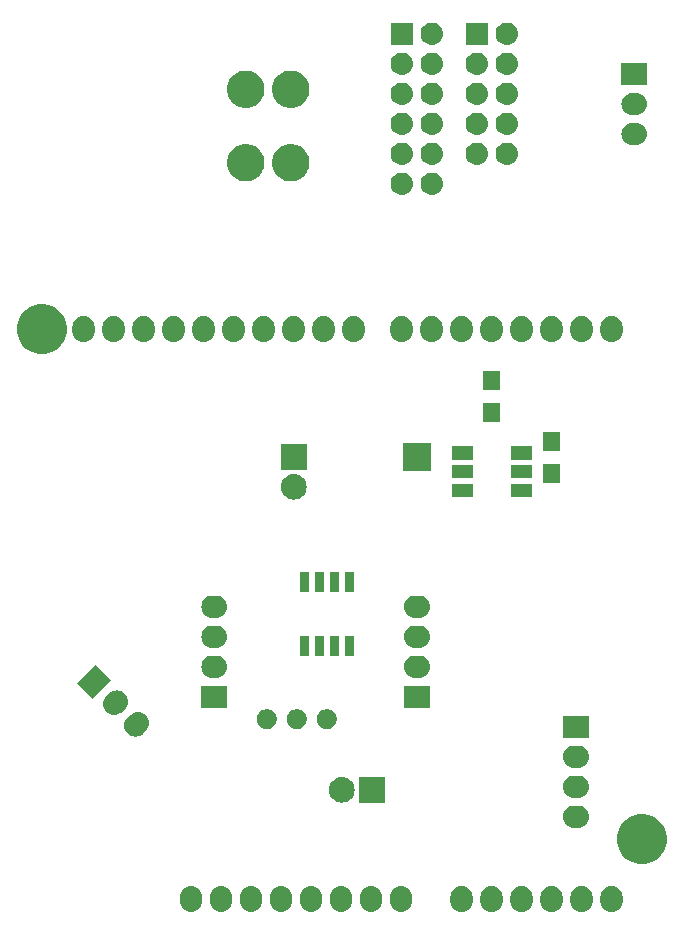
<source format=gts>
G04 #@! TF.GenerationSoftware,KiCad,Pcbnew,5.0.0-rc2*
G04 #@! TF.CreationDate,2018-12-02T00:46:08-05:00*
G04 #@! TF.ProjectId,uno,756E6F2E6B696361645F706362000000,v1.0*
G04 #@! TF.SameCoordinates,Original*
G04 #@! TF.FileFunction,Soldermask,Top*
G04 #@! TF.FilePolarity,Negative*
%FSLAX46Y46*%
G04 Gerber Fmt 4.6, Leading zero omitted, Abs format (unit mm)*
G04 Created by KiCad (PCBNEW 5.0.0-rc2) date Sun Dec  2 00:46:08 2018*
%MOMM*%
%LPD*%
G01*
G04 APERTURE LIST*
%ADD10C,0.100000*%
G04 APERTURE END LIST*
D10*
G36*
X48393427Y-107506397D02*
X48393429Y-107506398D01*
X48393432Y-107506398D01*
X48570585Y-107560137D01*
X48723310Y-107641771D01*
X48733852Y-107647405D01*
X48876953Y-107764846D01*
X48994394Y-107907947D01*
X48994395Y-107907949D01*
X49081662Y-108071214D01*
X49135401Y-108248367D01*
X49135401Y-108248368D01*
X49135402Y-108248372D01*
X49148999Y-108386427D01*
X49149000Y-108783573D01*
X49135403Y-108921627D01*
X49135402Y-108921629D01*
X49135402Y-108921632D01*
X49081663Y-109098785D01*
X49000029Y-109251510D01*
X48994395Y-109262052D01*
X48876954Y-109405153D01*
X48733853Y-109522594D01*
X48733851Y-109522595D01*
X48570586Y-109609862D01*
X48393433Y-109663601D01*
X48393430Y-109663601D01*
X48393428Y-109663602D01*
X48209200Y-109681748D01*
X48024973Y-109663603D01*
X48024971Y-109663602D01*
X48024968Y-109663602D01*
X47847815Y-109609863D01*
X47684550Y-109522596D01*
X47684548Y-109522595D01*
X47541447Y-109405154D01*
X47424006Y-109262053D01*
X47418371Y-109251511D01*
X47336738Y-109098786D01*
X47282999Y-108921633D01*
X47282999Y-108921630D01*
X47282998Y-108921628D01*
X47269401Y-108783573D01*
X47269400Y-108386427D01*
X47282997Y-108248373D01*
X47282998Y-108248371D01*
X47282998Y-108248368D01*
X47336737Y-108071215D01*
X47424004Y-107907950D01*
X47424005Y-107907948D01*
X47541446Y-107764847D01*
X47684547Y-107647406D01*
X47695089Y-107641772D01*
X47847814Y-107560138D01*
X48024967Y-107506399D01*
X48024970Y-107506399D01*
X48024972Y-107506398D01*
X48209200Y-107488252D01*
X48393427Y-107506397D01*
X48393427Y-107506397D01*
G37*
G36*
X50933427Y-107506397D02*
X50933429Y-107506398D01*
X50933432Y-107506398D01*
X51110585Y-107560137D01*
X51263310Y-107641771D01*
X51273852Y-107647405D01*
X51416953Y-107764846D01*
X51534394Y-107907947D01*
X51534395Y-107907949D01*
X51621662Y-108071214D01*
X51675401Y-108248367D01*
X51675401Y-108248368D01*
X51675402Y-108248372D01*
X51688999Y-108386427D01*
X51689000Y-108783573D01*
X51675403Y-108921627D01*
X51675402Y-108921629D01*
X51675402Y-108921632D01*
X51621663Y-109098785D01*
X51540029Y-109251510D01*
X51534395Y-109262052D01*
X51416954Y-109405153D01*
X51273853Y-109522594D01*
X51273851Y-109522595D01*
X51110586Y-109609862D01*
X50933433Y-109663601D01*
X50933430Y-109663601D01*
X50933428Y-109663602D01*
X50749200Y-109681748D01*
X50564973Y-109663603D01*
X50564971Y-109663602D01*
X50564968Y-109663602D01*
X50387815Y-109609863D01*
X50224550Y-109522596D01*
X50224548Y-109522595D01*
X50081447Y-109405154D01*
X49964006Y-109262053D01*
X49958371Y-109251511D01*
X49876738Y-109098786D01*
X49822999Y-108921633D01*
X49822999Y-108921630D01*
X49822998Y-108921628D01*
X49809401Y-108783573D01*
X49809400Y-108386427D01*
X49822997Y-108248373D01*
X49822998Y-108248371D01*
X49822998Y-108248368D01*
X49876737Y-108071215D01*
X49964004Y-107907950D01*
X49964005Y-107907948D01*
X50081446Y-107764847D01*
X50224547Y-107647406D01*
X50235089Y-107641772D01*
X50387814Y-107560138D01*
X50564967Y-107506399D01*
X50564970Y-107506399D01*
X50564972Y-107506398D01*
X50749200Y-107488252D01*
X50933427Y-107506397D01*
X50933427Y-107506397D01*
G37*
G36*
X66173427Y-107506397D02*
X66173429Y-107506398D01*
X66173432Y-107506398D01*
X66350585Y-107560137D01*
X66503310Y-107641771D01*
X66513852Y-107647405D01*
X66656953Y-107764846D01*
X66774394Y-107907947D01*
X66774395Y-107907949D01*
X66861662Y-108071214D01*
X66915401Y-108248367D01*
X66915401Y-108248368D01*
X66915402Y-108248372D01*
X66928999Y-108386427D01*
X66929000Y-108783573D01*
X66915403Y-108921627D01*
X66915402Y-108921629D01*
X66915402Y-108921632D01*
X66861663Y-109098785D01*
X66780029Y-109251510D01*
X66774395Y-109262052D01*
X66656954Y-109405153D01*
X66513853Y-109522594D01*
X66513851Y-109522595D01*
X66350586Y-109609862D01*
X66173433Y-109663601D01*
X66173430Y-109663601D01*
X66173428Y-109663602D01*
X65989200Y-109681748D01*
X65804973Y-109663603D01*
X65804971Y-109663602D01*
X65804968Y-109663602D01*
X65627815Y-109609863D01*
X65464550Y-109522596D01*
X65464548Y-109522595D01*
X65321447Y-109405154D01*
X65204006Y-109262053D01*
X65198371Y-109251511D01*
X65116738Y-109098786D01*
X65062999Y-108921633D01*
X65062999Y-108921630D01*
X65062998Y-108921628D01*
X65049401Y-108783573D01*
X65049400Y-108386427D01*
X65062997Y-108248373D01*
X65062998Y-108248371D01*
X65062998Y-108248368D01*
X65116737Y-108071215D01*
X65204004Y-107907950D01*
X65204005Y-107907948D01*
X65321446Y-107764847D01*
X65464547Y-107647406D01*
X65475089Y-107641772D01*
X65627814Y-107560138D01*
X65804967Y-107506399D01*
X65804970Y-107506399D01*
X65804972Y-107506398D01*
X65989200Y-107488252D01*
X66173427Y-107506397D01*
X66173427Y-107506397D01*
G37*
G36*
X53473427Y-107506397D02*
X53473429Y-107506398D01*
X53473432Y-107506398D01*
X53650585Y-107560137D01*
X53803310Y-107641771D01*
X53813852Y-107647405D01*
X53956953Y-107764846D01*
X54074394Y-107907947D01*
X54074395Y-107907949D01*
X54161662Y-108071214D01*
X54215401Y-108248367D01*
X54215401Y-108248368D01*
X54215402Y-108248372D01*
X54228999Y-108386427D01*
X54229000Y-108783573D01*
X54215403Y-108921627D01*
X54215402Y-108921629D01*
X54215402Y-108921632D01*
X54161663Y-109098785D01*
X54080029Y-109251510D01*
X54074395Y-109262052D01*
X53956954Y-109405153D01*
X53813853Y-109522594D01*
X53813851Y-109522595D01*
X53650586Y-109609862D01*
X53473433Y-109663601D01*
X53473430Y-109663601D01*
X53473428Y-109663602D01*
X53289200Y-109681748D01*
X53104973Y-109663603D01*
X53104971Y-109663602D01*
X53104968Y-109663602D01*
X52927815Y-109609863D01*
X52764550Y-109522596D01*
X52764548Y-109522595D01*
X52621447Y-109405154D01*
X52504006Y-109262053D01*
X52498371Y-109251511D01*
X52416738Y-109098786D01*
X52362999Y-108921633D01*
X52362999Y-108921630D01*
X52362998Y-108921628D01*
X52349401Y-108783573D01*
X52349400Y-108386427D01*
X52362997Y-108248373D01*
X52362998Y-108248371D01*
X52362998Y-108248368D01*
X52416737Y-108071215D01*
X52504004Y-107907950D01*
X52504005Y-107907948D01*
X52621446Y-107764847D01*
X52764547Y-107647406D01*
X52775089Y-107641772D01*
X52927814Y-107560138D01*
X53104967Y-107506399D01*
X53104970Y-107506399D01*
X53104972Y-107506398D01*
X53289200Y-107488252D01*
X53473427Y-107506397D01*
X53473427Y-107506397D01*
G37*
G36*
X56013427Y-107506397D02*
X56013429Y-107506398D01*
X56013432Y-107506398D01*
X56190585Y-107560137D01*
X56343310Y-107641771D01*
X56353852Y-107647405D01*
X56496953Y-107764846D01*
X56614394Y-107907947D01*
X56614395Y-107907949D01*
X56701662Y-108071214D01*
X56755401Y-108248367D01*
X56755401Y-108248368D01*
X56755402Y-108248372D01*
X56768999Y-108386427D01*
X56769000Y-108783573D01*
X56755403Y-108921627D01*
X56755402Y-108921629D01*
X56755402Y-108921632D01*
X56701663Y-109098785D01*
X56620029Y-109251510D01*
X56614395Y-109262052D01*
X56496954Y-109405153D01*
X56353853Y-109522594D01*
X56353851Y-109522595D01*
X56190586Y-109609862D01*
X56013433Y-109663601D01*
X56013430Y-109663601D01*
X56013428Y-109663602D01*
X55829200Y-109681748D01*
X55644973Y-109663603D01*
X55644971Y-109663602D01*
X55644968Y-109663602D01*
X55467815Y-109609863D01*
X55304550Y-109522596D01*
X55304548Y-109522595D01*
X55161447Y-109405154D01*
X55044006Y-109262053D01*
X55038371Y-109251511D01*
X54956738Y-109098786D01*
X54902999Y-108921633D01*
X54902999Y-108921630D01*
X54902998Y-108921628D01*
X54889401Y-108783573D01*
X54889400Y-108386427D01*
X54902997Y-108248373D01*
X54902998Y-108248371D01*
X54902998Y-108248368D01*
X54956737Y-108071215D01*
X55044004Y-107907950D01*
X55044005Y-107907948D01*
X55161446Y-107764847D01*
X55304547Y-107647406D01*
X55315089Y-107641772D01*
X55467814Y-107560138D01*
X55644967Y-107506399D01*
X55644970Y-107506399D01*
X55644972Y-107506398D01*
X55829200Y-107488252D01*
X56013427Y-107506397D01*
X56013427Y-107506397D01*
G37*
G36*
X58553427Y-107506397D02*
X58553429Y-107506398D01*
X58553432Y-107506398D01*
X58730585Y-107560137D01*
X58883310Y-107641771D01*
X58893852Y-107647405D01*
X59036953Y-107764846D01*
X59154394Y-107907947D01*
X59154395Y-107907949D01*
X59241662Y-108071214D01*
X59295401Y-108248367D01*
X59295401Y-108248368D01*
X59295402Y-108248372D01*
X59308999Y-108386427D01*
X59309000Y-108783573D01*
X59295403Y-108921627D01*
X59295402Y-108921629D01*
X59295402Y-108921632D01*
X59241663Y-109098785D01*
X59160029Y-109251510D01*
X59154395Y-109262052D01*
X59036954Y-109405153D01*
X58893853Y-109522594D01*
X58893851Y-109522595D01*
X58730586Y-109609862D01*
X58553433Y-109663601D01*
X58553430Y-109663601D01*
X58553428Y-109663602D01*
X58369200Y-109681748D01*
X58184973Y-109663603D01*
X58184971Y-109663602D01*
X58184968Y-109663602D01*
X58007815Y-109609863D01*
X57844550Y-109522596D01*
X57844548Y-109522595D01*
X57701447Y-109405154D01*
X57584006Y-109262053D01*
X57578371Y-109251511D01*
X57496738Y-109098786D01*
X57442999Y-108921633D01*
X57442999Y-108921630D01*
X57442998Y-108921628D01*
X57429401Y-108783573D01*
X57429400Y-108386427D01*
X57442997Y-108248373D01*
X57442998Y-108248371D01*
X57442998Y-108248368D01*
X57496737Y-108071215D01*
X57584004Y-107907950D01*
X57584005Y-107907948D01*
X57701446Y-107764847D01*
X57844547Y-107647406D01*
X57855089Y-107641772D01*
X58007814Y-107560138D01*
X58184967Y-107506399D01*
X58184970Y-107506399D01*
X58184972Y-107506398D01*
X58369200Y-107488252D01*
X58553427Y-107506397D01*
X58553427Y-107506397D01*
G37*
G36*
X61093427Y-107506397D02*
X61093429Y-107506398D01*
X61093432Y-107506398D01*
X61270585Y-107560137D01*
X61423310Y-107641771D01*
X61433852Y-107647405D01*
X61576953Y-107764846D01*
X61694394Y-107907947D01*
X61694395Y-107907949D01*
X61781662Y-108071214D01*
X61835401Y-108248367D01*
X61835401Y-108248368D01*
X61835402Y-108248372D01*
X61848999Y-108386427D01*
X61849000Y-108783573D01*
X61835403Y-108921627D01*
X61835402Y-108921629D01*
X61835402Y-108921632D01*
X61781663Y-109098785D01*
X61700029Y-109251510D01*
X61694395Y-109262052D01*
X61576954Y-109405153D01*
X61433853Y-109522594D01*
X61433851Y-109522595D01*
X61270586Y-109609862D01*
X61093433Y-109663601D01*
X61093430Y-109663601D01*
X61093428Y-109663602D01*
X60909200Y-109681748D01*
X60724973Y-109663603D01*
X60724971Y-109663602D01*
X60724968Y-109663602D01*
X60547815Y-109609863D01*
X60384550Y-109522596D01*
X60384548Y-109522595D01*
X60241447Y-109405154D01*
X60124006Y-109262053D01*
X60118371Y-109251511D01*
X60036738Y-109098786D01*
X59982999Y-108921633D01*
X59982999Y-108921630D01*
X59982998Y-108921628D01*
X59969401Y-108783573D01*
X59969400Y-108386427D01*
X59982997Y-108248373D01*
X59982998Y-108248371D01*
X59982998Y-108248368D01*
X60036737Y-108071215D01*
X60124004Y-107907950D01*
X60124005Y-107907948D01*
X60241446Y-107764847D01*
X60384547Y-107647406D01*
X60395089Y-107641772D01*
X60547814Y-107560138D01*
X60724967Y-107506399D01*
X60724970Y-107506399D01*
X60724972Y-107506398D01*
X60909200Y-107488252D01*
X61093427Y-107506397D01*
X61093427Y-107506397D01*
G37*
G36*
X63633427Y-107506397D02*
X63633429Y-107506398D01*
X63633432Y-107506398D01*
X63810585Y-107560137D01*
X63963310Y-107641771D01*
X63973852Y-107647405D01*
X64116953Y-107764846D01*
X64234394Y-107907947D01*
X64234395Y-107907949D01*
X64321662Y-108071214D01*
X64375401Y-108248367D01*
X64375401Y-108248368D01*
X64375402Y-108248372D01*
X64388999Y-108386427D01*
X64389000Y-108783573D01*
X64375403Y-108921627D01*
X64375402Y-108921629D01*
X64375402Y-108921632D01*
X64321663Y-109098785D01*
X64240029Y-109251510D01*
X64234395Y-109262052D01*
X64116954Y-109405153D01*
X63973853Y-109522594D01*
X63973851Y-109522595D01*
X63810586Y-109609862D01*
X63633433Y-109663601D01*
X63633430Y-109663601D01*
X63633428Y-109663602D01*
X63449200Y-109681748D01*
X63264973Y-109663603D01*
X63264971Y-109663602D01*
X63264968Y-109663602D01*
X63087815Y-109609863D01*
X62924550Y-109522596D01*
X62924548Y-109522595D01*
X62781447Y-109405154D01*
X62664006Y-109262053D01*
X62658371Y-109251511D01*
X62576738Y-109098786D01*
X62522999Y-108921633D01*
X62522999Y-108921630D01*
X62522998Y-108921628D01*
X62509401Y-108783573D01*
X62509400Y-108386427D01*
X62522997Y-108248373D01*
X62522998Y-108248371D01*
X62522998Y-108248368D01*
X62576737Y-108071215D01*
X62664004Y-107907950D01*
X62664005Y-107907948D01*
X62781446Y-107764847D01*
X62924547Y-107647406D01*
X62935089Y-107641772D01*
X63087814Y-107560138D01*
X63264967Y-107506399D01*
X63264970Y-107506399D01*
X63264972Y-107506398D01*
X63449200Y-107488252D01*
X63633427Y-107506397D01*
X63633427Y-107506397D01*
G37*
G36*
X73818827Y-107506397D02*
X73818829Y-107506398D01*
X73818832Y-107506398D01*
X73995985Y-107560137D01*
X74148710Y-107641771D01*
X74159252Y-107647405D01*
X74302353Y-107764846D01*
X74419794Y-107907947D01*
X74419795Y-107907949D01*
X74507062Y-108071214D01*
X74560801Y-108248367D01*
X74560801Y-108248368D01*
X74560802Y-108248372D01*
X74574399Y-108386427D01*
X74574400Y-108783573D01*
X74560803Y-108921627D01*
X74560802Y-108921629D01*
X74560802Y-108921632D01*
X74507063Y-109098785D01*
X74425429Y-109251510D01*
X74419795Y-109262052D01*
X74302354Y-109405153D01*
X74159253Y-109522594D01*
X74159251Y-109522595D01*
X73995986Y-109609862D01*
X73818833Y-109663601D01*
X73818830Y-109663601D01*
X73818828Y-109663602D01*
X73634600Y-109681748D01*
X73450373Y-109663603D01*
X73450371Y-109663602D01*
X73450368Y-109663602D01*
X73273215Y-109609863D01*
X73109950Y-109522596D01*
X73109948Y-109522595D01*
X72966847Y-109405154D01*
X72849406Y-109262053D01*
X72843771Y-109251511D01*
X72762138Y-109098786D01*
X72708399Y-108921633D01*
X72708399Y-108921630D01*
X72708398Y-108921628D01*
X72694801Y-108783573D01*
X72694800Y-108386427D01*
X72708397Y-108248373D01*
X72708398Y-108248371D01*
X72708398Y-108248368D01*
X72762137Y-108071215D01*
X72849404Y-107907950D01*
X72849405Y-107907948D01*
X72966846Y-107764847D01*
X73109947Y-107647406D01*
X73120489Y-107641771D01*
X73273214Y-107560138D01*
X73450367Y-107506399D01*
X73450370Y-107506399D01*
X73450372Y-107506398D01*
X73634600Y-107488252D01*
X73818827Y-107506397D01*
X73818827Y-107506397D01*
G37*
G36*
X71278827Y-107506397D02*
X71278829Y-107506398D01*
X71278832Y-107506398D01*
X71455985Y-107560137D01*
X71608710Y-107641771D01*
X71619252Y-107647405D01*
X71762353Y-107764846D01*
X71879794Y-107907947D01*
X71879795Y-107907949D01*
X71967062Y-108071214D01*
X72020801Y-108248367D01*
X72020801Y-108248368D01*
X72020802Y-108248372D01*
X72034399Y-108386427D01*
X72034400Y-108783573D01*
X72020803Y-108921627D01*
X72020802Y-108921629D01*
X72020802Y-108921632D01*
X71967063Y-109098785D01*
X71885429Y-109251510D01*
X71879795Y-109262052D01*
X71762354Y-109405153D01*
X71619253Y-109522594D01*
X71619251Y-109522595D01*
X71455986Y-109609862D01*
X71278833Y-109663601D01*
X71278830Y-109663601D01*
X71278828Y-109663602D01*
X71094600Y-109681748D01*
X70910373Y-109663603D01*
X70910371Y-109663602D01*
X70910368Y-109663602D01*
X70733215Y-109609863D01*
X70569950Y-109522596D01*
X70569948Y-109522595D01*
X70426847Y-109405154D01*
X70309406Y-109262053D01*
X70303771Y-109251511D01*
X70222138Y-109098786D01*
X70168399Y-108921633D01*
X70168399Y-108921630D01*
X70168398Y-108921628D01*
X70154801Y-108783573D01*
X70154800Y-108386427D01*
X70168397Y-108248373D01*
X70168398Y-108248371D01*
X70168398Y-108248368D01*
X70222137Y-108071215D01*
X70309404Y-107907950D01*
X70309405Y-107907948D01*
X70426846Y-107764847D01*
X70569947Y-107647406D01*
X70580489Y-107641771D01*
X70733214Y-107560138D01*
X70910367Y-107506399D01*
X70910370Y-107506399D01*
X70910372Y-107506398D01*
X71094600Y-107488252D01*
X71278827Y-107506397D01*
X71278827Y-107506397D01*
G37*
G36*
X83978827Y-107506397D02*
X83978829Y-107506398D01*
X83978832Y-107506398D01*
X84155985Y-107560137D01*
X84308710Y-107641771D01*
X84319252Y-107647405D01*
X84462353Y-107764846D01*
X84579794Y-107907947D01*
X84579795Y-107907949D01*
X84667062Y-108071214D01*
X84720801Y-108248367D01*
X84720801Y-108248368D01*
X84720802Y-108248372D01*
X84734399Y-108386427D01*
X84734400Y-108783573D01*
X84720803Y-108921627D01*
X84720802Y-108921629D01*
X84720802Y-108921632D01*
X84667063Y-109098785D01*
X84585429Y-109251510D01*
X84579795Y-109262052D01*
X84462354Y-109405153D01*
X84319253Y-109522594D01*
X84319251Y-109522595D01*
X84155986Y-109609862D01*
X83978833Y-109663601D01*
X83978830Y-109663601D01*
X83978828Y-109663602D01*
X83794600Y-109681748D01*
X83610373Y-109663603D01*
X83610371Y-109663602D01*
X83610368Y-109663602D01*
X83433215Y-109609863D01*
X83269950Y-109522596D01*
X83269948Y-109522595D01*
X83126847Y-109405154D01*
X83009406Y-109262053D01*
X83003771Y-109251511D01*
X82922138Y-109098786D01*
X82868399Y-108921633D01*
X82868399Y-108921630D01*
X82868398Y-108921628D01*
X82854801Y-108783573D01*
X82854800Y-108386427D01*
X82868397Y-108248373D01*
X82868398Y-108248371D01*
X82868398Y-108248368D01*
X82922137Y-108071215D01*
X83009404Y-107907950D01*
X83009405Y-107907948D01*
X83126846Y-107764847D01*
X83269947Y-107647406D01*
X83280489Y-107641771D01*
X83433214Y-107560138D01*
X83610367Y-107506399D01*
X83610370Y-107506399D01*
X83610372Y-107506398D01*
X83794600Y-107488252D01*
X83978827Y-107506397D01*
X83978827Y-107506397D01*
G37*
G36*
X81438827Y-107506397D02*
X81438829Y-107506398D01*
X81438832Y-107506398D01*
X81615985Y-107560137D01*
X81768710Y-107641771D01*
X81779252Y-107647405D01*
X81922353Y-107764846D01*
X82039794Y-107907947D01*
X82039795Y-107907949D01*
X82127062Y-108071214D01*
X82180801Y-108248367D01*
X82180801Y-108248368D01*
X82180802Y-108248372D01*
X82194399Y-108386427D01*
X82194400Y-108783573D01*
X82180803Y-108921627D01*
X82180802Y-108921629D01*
X82180802Y-108921632D01*
X82127063Y-109098785D01*
X82045429Y-109251510D01*
X82039795Y-109262052D01*
X81922354Y-109405153D01*
X81779253Y-109522594D01*
X81779251Y-109522595D01*
X81615986Y-109609862D01*
X81438833Y-109663601D01*
X81438830Y-109663601D01*
X81438828Y-109663602D01*
X81254600Y-109681748D01*
X81070373Y-109663603D01*
X81070371Y-109663602D01*
X81070368Y-109663602D01*
X80893215Y-109609863D01*
X80729950Y-109522596D01*
X80729948Y-109522595D01*
X80586847Y-109405154D01*
X80469406Y-109262053D01*
X80463771Y-109251511D01*
X80382138Y-109098786D01*
X80328399Y-108921633D01*
X80328399Y-108921630D01*
X80328398Y-108921628D01*
X80314801Y-108783573D01*
X80314800Y-108386427D01*
X80328397Y-108248373D01*
X80328398Y-108248371D01*
X80328398Y-108248368D01*
X80382137Y-108071215D01*
X80469404Y-107907950D01*
X80469405Y-107907948D01*
X80586846Y-107764847D01*
X80729947Y-107647406D01*
X80740489Y-107641771D01*
X80893214Y-107560138D01*
X81070367Y-107506399D01*
X81070370Y-107506399D01*
X81070372Y-107506398D01*
X81254600Y-107488252D01*
X81438827Y-107506397D01*
X81438827Y-107506397D01*
G37*
G36*
X76358827Y-107506397D02*
X76358829Y-107506398D01*
X76358832Y-107506398D01*
X76535985Y-107560137D01*
X76688710Y-107641771D01*
X76699252Y-107647405D01*
X76842353Y-107764846D01*
X76959794Y-107907947D01*
X76959795Y-107907949D01*
X77047062Y-108071214D01*
X77100801Y-108248367D01*
X77100801Y-108248368D01*
X77100802Y-108248372D01*
X77114399Y-108386427D01*
X77114400Y-108783573D01*
X77100803Y-108921627D01*
X77100802Y-108921629D01*
X77100802Y-108921632D01*
X77047063Y-109098785D01*
X76965429Y-109251510D01*
X76959795Y-109262052D01*
X76842354Y-109405153D01*
X76699253Y-109522594D01*
X76699251Y-109522595D01*
X76535986Y-109609862D01*
X76358833Y-109663601D01*
X76358830Y-109663601D01*
X76358828Y-109663602D01*
X76174600Y-109681748D01*
X75990373Y-109663603D01*
X75990371Y-109663602D01*
X75990368Y-109663602D01*
X75813215Y-109609863D01*
X75649950Y-109522596D01*
X75649948Y-109522595D01*
X75506847Y-109405154D01*
X75389406Y-109262053D01*
X75383771Y-109251511D01*
X75302138Y-109098786D01*
X75248399Y-108921633D01*
X75248399Y-108921630D01*
X75248398Y-108921628D01*
X75234801Y-108783573D01*
X75234800Y-108386427D01*
X75248397Y-108248373D01*
X75248398Y-108248371D01*
X75248398Y-108248368D01*
X75302137Y-108071215D01*
X75389404Y-107907950D01*
X75389405Y-107907948D01*
X75506846Y-107764847D01*
X75649947Y-107647406D01*
X75660489Y-107641771D01*
X75813214Y-107560138D01*
X75990367Y-107506399D01*
X75990370Y-107506399D01*
X75990372Y-107506398D01*
X76174600Y-107488252D01*
X76358827Y-107506397D01*
X76358827Y-107506397D01*
G37*
G36*
X78898827Y-107506397D02*
X78898829Y-107506398D01*
X78898832Y-107506398D01*
X79075985Y-107560137D01*
X79228710Y-107641771D01*
X79239252Y-107647405D01*
X79382353Y-107764846D01*
X79499794Y-107907947D01*
X79499795Y-107907949D01*
X79587062Y-108071214D01*
X79640801Y-108248367D01*
X79640801Y-108248368D01*
X79640802Y-108248372D01*
X79654399Y-108386427D01*
X79654400Y-108783573D01*
X79640803Y-108921627D01*
X79640802Y-108921629D01*
X79640802Y-108921632D01*
X79587063Y-109098785D01*
X79505429Y-109251510D01*
X79499795Y-109262052D01*
X79382354Y-109405153D01*
X79239253Y-109522594D01*
X79239251Y-109522595D01*
X79075986Y-109609862D01*
X78898833Y-109663601D01*
X78898830Y-109663601D01*
X78898828Y-109663602D01*
X78714600Y-109681748D01*
X78530373Y-109663603D01*
X78530371Y-109663602D01*
X78530368Y-109663602D01*
X78353215Y-109609863D01*
X78189950Y-109522596D01*
X78189948Y-109522595D01*
X78046847Y-109405154D01*
X77929406Y-109262053D01*
X77923771Y-109251511D01*
X77842138Y-109098786D01*
X77788399Y-108921633D01*
X77788399Y-108921630D01*
X77788398Y-108921628D01*
X77774801Y-108783573D01*
X77774800Y-108386427D01*
X77788397Y-108248373D01*
X77788398Y-108248371D01*
X77788398Y-108248368D01*
X77842137Y-108071215D01*
X77929404Y-107907950D01*
X77929405Y-107907948D01*
X78046846Y-107764847D01*
X78189947Y-107647406D01*
X78200489Y-107641771D01*
X78353214Y-107560138D01*
X78530367Y-107506399D01*
X78530370Y-107506399D01*
X78530372Y-107506398D01*
X78714600Y-107488252D01*
X78898827Y-107506397D01*
X78898827Y-107506397D01*
G37*
G36*
X86974939Y-101477817D02*
X87358607Y-101636737D01*
X87703899Y-101867454D01*
X87997546Y-102161101D01*
X88228263Y-102506393D01*
X88387183Y-102890061D01*
X88468200Y-103297360D01*
X88468200Y-103712640D01*
X88387183Y-104119939D01*
X88228263Y-104503607D01*
X87997546Y-104848899D01*
X87703899Y-105142546D01*
X87358607Y-105373263D01*
X86974939Y-105532183D01*
X86567640Y-105613200D01*
X86152360Y-105613200D01*
X85745061Y-105532183D01*
X85361393Y-105373263D01*
X85016101Y-105142546D01*
X84722454Y-104848899D01*
X84491737Y-104503607D01*
X84332817Y-104119939D01*
X84251800Y-103712640D01*
X84251800Y-103297360D01*
X84332817Y-102890061D01*
X84491737Y-102506393D01*
X84722454Y-102161101D01*
X85016101Y-101867454D01*
X85361393Y-101636737D01*
X85745061Y-101477817D01*
X86152360Y-101396800D01*
X86567640Y-101396800D01*
X86974939Y-101477817D01*
X86974939Y-101477817D01*
G37*
G36*
X81108628Y-100673797D02*
X81108630Y-100673798D01*
X81108633Y-100673798D01*
X81285786Y-100727537D01*
X81438511Y-100809170D01*
X81449053Y-100814805D01*
X81592154Y-100932246D01*
X81709595Y-101075347D01*
X81709596Y-101075349D01*
X81796863Y-101238614D01*
X81850602Y-101415767D01*
X81850602Y-101415770D01*
X81850603Y-101415772D01*
X81868748Y-101600000D01*
X81850603Y-101784228D01*
X81850602Y-101784230D01*
X81850602Y-101784233D01*
X81796863Y-101961386D01*
X81715230Y-102114111D01*
X81709595Y-102124653D01*
X81592154Y-102267754D01*
X81449053Y-102385195D01*
X81449051Y-102385196D01*
X81285786Y-102472463D01*
X81108633Y-102526202D01*
X81108630Y-102526202D01*
X81108628Y-102526203D01*
X80970574Y-102539800D01*
X80573426Y-102539800D01*
X80435372Y-102526203D01*
X80435370Y-102526202D01*
X80435367Y-102526202D01*
X80258214Y-102472463D01*
X80094949Y-102385196D01*
X80094947Y-102385195D01*
X79951846Y-102267754D01*
X79834405Y-102124653D01*
X79828771Y-102114111D01*
X79747137Y-101961386D01*
X79693398Y-101784233D01*
X79693398Y-101784230D01*
X79693397Y-101784228D01*
X79675252Y-101600000D01*
X79693397Y-101415772D01*
X79693398Y-101415770D01*
X79693398Y-101415767D01*
X79747137Y-101238614D01*
X79834404Y-101075349D01*
X79834405Y-101075347D01*
X79951846Y-100932246D01*
X80094947Y-100814805D01*
X80105489Y-100809171D01*
X80258214Y-100727537D01*
X80435367Y-100673798D01*
X80435370Y-100673798D01*
X80435372Y-100673797D01*
X80573426Y-100660200D01*
X80970574Y-100660200D01*
X81108628Y-100673797D01*
X81108628Y-100673797D01*
G37*
G36*
X64592200Y-100406200D02*
X62407800Y-100406200D01*
X62407800Y-98221800D01*
X64592200Y-98221800D01*
X64592200Y-100406200D01*
X64592200Y-100406200D01*
G37*
G36*
X61174105Y-98237603D02*
X61174108Y-98237604D01*
X61174109Y-98237604D01*
X61379989Y-98300057D01*
X61548032Y-98389878D01*
X61569731Y-98401476D01*
X61736038Y-98537962D01*
X61872524Y-98704269D01*
X61872525Y-98704271D01*
X61973943Y-98894011D01*
X61973943Y-98894012D01*
X62036397Y-99099895D01*
X62057485Y-99314000D01*
X62036397Y-99528105D01*
X62036396Y-99528108D01*
X62036396Y-99528109D01*
X61973943Y-99733989D01*
X61914502Y-99845195D01*
X61872524Y-99923731D01*
X61736038Y-100090038D01*
X61569731Y-100226524D01*
X61569729Y-100226525D01*
X61379989Y-100327943D01*
X61174109Y-100390396D01*
X61174108Y-100390396D01*
X61174105Y-100390397D01*
X61013654Y-100406200D01*
X60906346Y-100406200D01*
X60745895Y-100390397D01*
X60745892Y-100390396D01*
X60745891Y-100390396D01*
X60540011Y-100327943D01*
X60350271Y-100226525D01*
X60350269Y-100226524D01*
X60183962Y-100090038D01*
X60047476Y-99923731D01*
X60005498Y-99845195D01*
X59946057Y-99733989D01*
X59883604Y-99528109D01*
X59883604Y-99528108D01*
X59883603Y-99528105D01*
X59862515Y-99314000D01*
X59883603Y-99099895D01*
X59946057Y-98894012D01*
X59946057Y-98894011D01*
X60047475Y-98704271D01*
X60047476Y-98704269D01*
X60183962Y-98537962D01*
X60350269Y-98401476D01*
X60371968Y-98389878D01*
X60540011Y-98300057D01*
X60745891Y-98237604D01*
X60745892Y-98237604D01*
X60745895Y-98237603D01*
X60906346Y-98221800D01*
X61013654Y-98221800D01*
X61174105Y-98237603D01*
X61174105Y-98237603D01*
G37*
G36*
X81108628Y-98133797D02*
X81108630Y-98133798D01*
X81108633Y-98133798D01*
X81285786Y-98187537D01*
X81438511Y-98269170D01*
X81449053Y-98274805D01*
X81592154Y-98392246D01*
X81709595Y-98535347D01*
X81709596Y-98535349D01*
X81796863Y-98698614D01*
X81850602Y-98875767D01*
X81850602Y-98875770D01*
X81850603Y-98875772D01*
X81868748Y-99060000D01*
X81850603Y-99244228D01*
X81850602Y-99244230D01*
X81850602Y-99244233D01*
X81796863Y-99421386D01*
X81739820Y-99528105D01*
X81709595Y-99584653D01*
X81592154Y-99727754D01*
X81449053Y-99845195D01*
X81449051Y-99845196D01*
X81285786Y-99932463D01*
X81108633Y-99986202D01*
X81108630Y-99986202D01*
X81108628Y-99986203D01*
X80970574Y-99999800D01*
X80573426Y-99999800D01*
X80435372Y-99986203D01*
X80435370Y-99986202D01*
X80435367Y-99986202D01*
X80258214Y-99932463D01*
X80094949Y-99845196D01*
X80094947Y-99845195D01*
X79951846Y-99727754D01*
X79834405Y-99584653D01*
X79804180Y-99528105D01*
X79747137Y-99421386D01*
X79693398Y-99244233D01*
X79693398Y-99244230D01*
X79693397Y-99244228D01*
X79675252Y-99060000D01*
X79693397Y-98875772D01*
X79693398Y-98875770D01*
X79693398Y-98875767D01*
X79747137Y-98698614D01*
X79834404Y-98535349D01*
X79834405Y-98535347D01*
X79951846Y-98392246D01*
X80094947Y-98274805D01*
X80105489Y-98269170D01*
X80258214Y-98187537D01*
X80435367Y-98133798D01*
X80435370Y-98133798D01*
X80435372Y-98133797D01*
X80573426Y-98120200D01*
X80970574Y-98120200D01*
X81108628Y-98133797D01*
X81108628Y-98133797D01*
G37*
G36*
X81108628Y-95593797D02*
X81108630Y-95593798D01*
X81108633Y-95593798D01*
X81285786Y-95647537D01*
X81438511Y-95729170D01*
X81449053Y-95734805D01*
X81592154Y-95852246D01*
X81709595Y-95995347D01*
X81709596Y-95995349D01*
X81796863Y-96158614D01*
X81850602Y-96335767D01*
X81850602Y-96335770D01*
X81850603Y-96335772D01*
X81868748Y-96520000D01*
X81850603Y-96704228D01*
X81850602Y-96704230D01*
X81850602Y-96704233D01*
X81796863Y-96881386D01*
X81715230Y-97034111D01*
X81709595Y-97044653D01*
X81592154Y-97187754D01*
X81449053Y-97305195D01*
X81449051Y-97305196D01*
X81285786Y-97392463D01*
X81108633Y-97446202D01*
X81108630Y-97446202D01*
X81108628Y-97446203D01*
X80970574Y-97459800D01*
X80573426Y-97459800D01*
X80435372Y-97446203D01*
X80435370Y-97446202D01*
X80435367Y-97446202D01*
X80258214Y-97392463D01*
X80094949Y-97305196D01*
X80094947Y-97305195D01*
X79951846Y-97187754D01*
X79834405Y-97044653D01*
X79828770Y-97034111D01*
X79747137Y-96881386D01*
X79693398Y-96704233D01*
X79693398Y-96704230D01*
X79693397Y-96704228D01*
X79675252Y-96520000D01*
X79693397Y-96335772D01*
X79693398Y-96335770D01*
X79693398Y-96335767D01*
X79747137Y-96158614D01*
X79834404Y-95995349D01*
X79834405Y-95995347D01*
X79951846Y-95852246D01*
X80094947Y-95734805D01*
X80105489Y-95729170D01*
X80258214Y-95647537D01*
X80435367Y-95593798D01*
X80435370Y-95593798D01*
X80435372Y-95593797D01*
X80573426Y-95580200D01*
X80970574Y-95580200D01*
X81108628Y-95593797D01*
X81108628Y-95593797D01*
G37*
G36*
X81864200Y-94919800D02*
X79679800Y-94919800D01*
X79679800Y-93040200D01*
X81864200Y-93040200D01*
X81864200Y-94919800D01*
X81864200Y-94919800D01*
G37*
G36*
X43889097Y-92728137D02*
X43953710Y-92747738D01*
X44066251Y-92781876D01*
X44229516Y-92869143D01*
X44372619Y-92986585D01*
X44490061Y-93129688D01*
X44577328Y-93292953D01*
X44611466Y-93405494D01*
X44631067Y-93470107D01*
X44649212Y-93654339D01*
X44631067Y-93838572D01*
X44618705Y-93879322D01*
X44577328Y-94015724D01*
X44490061Y-94178990D01*
X44490060Y-94178991D01*
X44402051Y-94286230D01*
X44121230Y-94567051D01*
X44026494Y-94644799D01*
X44013990Y-94655061D01*
X43850725Y-94742327D01*
X43673572Y-94796066D01*
X43673569Y-94796066D01*
X43673567Y-94796067D01*
X43489339Y-94814212D01*
X43305111Y-94796067D01*
X43305109Y-94796066D01*
X43305106Y-94796066D01*
X43127953Y-94742327D01*
X42964688Y-94655061D01*
X42821585Y-94537619D01*
X42704143Y-94394516D01*
X42616877Y-94231251D01*
X42563138Y-94054098D01*
X42563138Y-94054095D01*
X42563137Y-94054093D01*
X42544992Y-93869865D01*
X42563137Y-93685637D01*
X42563138Y-93685635D01*
X42563138Y-93685632D01*
X42616877Y-93508479D01*
X42704143Y-93345214D01*
X42747033Y-93292953D01*
X42792153Y-93237974D01*
X43072974Y-92957153D01*
X43180213Y-92869144D01*
X43180212Y-92869144D01*
X43180214Y-92869143D01*
X43343480Y-92781876D01*
X43427885Y-92756272D01*
X43520632Y-92728137D01*
X43704865Y-92709992D01*
X43889097Y-92728137D01*
X43889097Y-92728137D01*
G37*
G36*
X57394494Y-92539011D02*
X57547037Y-92602197D01*
X57684322Y-92693927D01*
X57801073Y-92810678D01*
X57892803Y-92947963D01*
X57955989Y-93100506D01*
X57988200Y-93262444D01*
X57988200Y-93427556D01*
X57955989Y-93589494D01*
X57892803Y-93742037D01*
X57801073Y-93879322D01*
X57684322Y-93996073D01*
X57547037Y-94087803D01*
X57394494Y-94150989D01*
X57232556Y-94183200D01*
X57067444Y-94183200D01*
X56905506Y-94150989D01*
X56752963Y-94087803D01*
X56615678Y-93996073D01*
X56498927Y-93879322D01*
X56407197Y-93742037D01*
X56344011Y-93589494D01*
X56311800Y-93427556D01*
X56311800Y-93262444D01*
X56344011Y-93100506D01*
X56407197Y-92947963D01*
X56498927Y-92810678D01*
X56615678Y-92693927D01*
X56752963Y-92602197D01*
X56905506Y-92539011D01*
X57067444Y-92506800D01*
X57232556Y-92506800D01*
X57394494Y-92539011D01*
X57394494Y-92539011D01*
G37*
G36*
X54854494Y-92539011D02*
X55007037Y-92602197D01*
X55144322Y-92693927D01*
X55261073Y-92810678D01*
X55352803Y-92947963D01*
X55415989Y-93100506D01*
X55448200Y-93262444D01*
X55448200Y-93427556D01*
X55415989Y-93589494D01*
X55352803Y-93742037D01*
X55261073Y-93879322D01*
X55144322Y-93996073D01*
X55007037Y-94087803D01*
X54854494Y-94150989D01*
X54692556Y-94183200D01*
X54527444Y-94183200D01*
X54365506Y-94150989D01*
X54212963Y-94087803D01*
X54075678Y-93996073D01*
X53958927Y-93879322D01*
X53867197Y-93742037D01*
X53804011Y-93589494D01*
X53771800Y-93427556D01*
X53771800Y-93262444D01*
X53804011Y-93100506D01*
X53867197Y-92947963D01*
X53958927Y-92810678D01*
X54075678Y-92693927D01*
X54212963Y-92602197D01*
X54365506Y-92539011D01*
X54527444Y-92506800D01*
X54692556Y-92506800D01*
X54854494Y-92539011D01*
X54854494Y-92539011D01*
G37*
G36*
X59934494Y-92539011D02*
X60087037Y-92602197D01*
X60224322Y-92693927D01*
X60341073Y-92810678D01*
X60432803Y-92947963D01*
X60495989Y-93100506D01*
X60528200Y-93262444D01*
X60528200Y-93427556D01*
X60495989Y-93589494D01*
X60432803Y-93742037D01*
X60341073Y-93879322D01*
X60224322Y-93996073D01*
X60087037Y-94087803D01*
X59934494Y-94150989D01*
X59772556Y-94183200D01*
X59607444Y-94183200D01*
X59445506Y-94150989D01*
X59292963Y-94087803D01*
X59155678Y-93996073D01*
X59038927Y-93879322D01*
X58947197Y-93742037D01*
X58884011Y-93589494D01*
X58851800Y-93427556D01*
X58851800Y-93262444D01*
X58884011Y-93100506D01*
X58947197Y-92947963D01*
X59038927Y-92810678D01*
X59155678Y-92693927D01*
X59292963Y-92602197D01*
X59445506Y-92539011D01*
X59607444Y-92506800D01*
X59772556Y-92506800D01*
X59934494Y-92539011D01*
X59934494Y-92539011D01*
G37*
G36*
X42093046Y-90932086D02*
X42157659Y-90951687D01*
X42270200Y-90985825D01*
X42433465Y-91073092D01*
X42576568Y-91190534D01*
X42694010Y-91333637D01*
X42781277Y-91496902D01*
X42814626Y-91606841D01*
X42835016Y-91674056D01*
X42853161Y-91858288D01*
X42835016Y-92042521D01*
X42806881Y-92135268D01*
X42781277Y-92219673D01*
X42694010Y-92382939D01*
X42694009Y-92382940D01*
X42606000Y-92490179D01*
X42325179Y-92771000D01*
X42276831Y-92810678D01*
X42217939Y-92859010D01*
X42054674Y-92946276D01*
X41877521Y-93000015D01*
X41877518Y-93000015D01*
X41877516Y-93000016D01*
X41693288Y-93018161D01*
X41509060Y-93000016D01*
X41509058Y-93000015D01*
X41509055Y-93000015D01*
X41331902Y-92946276D01*
X41168637Y-92859010D01*
X41025534Y-92741568D01*
X40908092Y-92598465D01*
X40820826Y-92435200D01*
X40767087Y-92258047D01*
X40767087Y-92258044D01*
X40767086Y-92258042D01*
X40748941Y-92073814D01*
X40767086Y-91889586D01*
X40767087Y-91889584D01*
X40767087Y-91889581D01*
X40820826Y-91712428D01*
X40908092Y-91549163D01*
X40950982Y-91496902D01*
X40996102Y-91441923D01*
X41276923Y-91161102D01*
X41384162Y-91073093D01*
X41384161Y-91073093D01*
X41384163Y-91073092D01*
X41547429Y-90985825D01*
X41631834Y-90960221D01*
X41724581Y-90932086D01*
X41908814Y-90913941D01*
X42093046Y-90932086D01*
X42093046Y-90932086D01*
G37*
G36*
X68402200Y-92379800D02*
X66217800Y-92379800D01*
X66217800Y-90500200D01*
X68402200Y-90500200D01*
X68402200Y-92379800D01*
X68402200Y-92379800D01*
G37*
G36*
X51257200Y-92379800D02*
X49072800Y-92379800D01*
X49072800Y-90500200D01*
X51257200Y-90500200D01*
X51257200Y-92379800D01*
X51257200Y-92379800D01*
G37*
G36*
X41441841Y-90062237D02*
X39897237Y-91606841D01*
X38568159Y-90277763D01*
X40112763Y-88733159D01*
X41441841Y-90062237D01*
X41441841Y-90062237D01*
G37*
G36*
X50501628Y-87973797D02*
X50501630Y-87973798D01*
X50501633Y-87973798D01*
X50678786Y-88027537D01*
X50831511Y-88109170D01*
X50842053Y-88114805D01*
X50985154Y-88232246D01*
X51102595Y-88375347D01*
X51102596Y-88375349D01*
X51189863Y-88538614D01*
X51243602Y-88715767D01*
X51243602Y-88715770D01*
X51243603Y-88715772D01*
X51261748Y-88900000D01*
X51243603Y-89084228D01*
X51243602Y-89084230D01*
X51243602Y-89084233D01*
X51189863Y-89261386D01*
X51108229Y-89414111D01*
X51102595Y-89424653D01*
X50985154Y-89567754D01*
X50842053Y-89685195D01*
X50842051Y-89685196D01*
X50678786Y-89772463D01*
X50501633Y-89826202D01*
X50501630Y-89826202D01*
X50501628Y-89826203D01*
X50363574Y-89839800D01*
X49966426Y-89839800D01*
X49828372Y-89826203D01*
X49828370Y-89826202D01*
X49828367Y-89826202D01*
X49651214Y-89772463D01*
X49487949Y-89685196D01*
X49487947Y-89685195D01*
X49344846Y-89567754D01*
X49227405Y-89424653D01*
X49221771Y-89414111D01*
X49140137Y-89261386D01*
X49086398Y-89084233D01*
X49086398Y-89084230D01*
X49086397Y-89084228D01*
X49068252Y-88900000D01*
X49086397Y-88715772D01*
X49086398Y-88715770D01*
X49086398Y-88715767D01*
X49140137Y-88538614D01*
X49227404Y-88375349D01*
X49227405Y-88375347D01*
X49344846Y-88232246D01*
X49487947Y-88114805D01*
X49498489Y-88109170D01*
X49651214Y-88027537D01*
X49828367Y-87973798D01*
X49828370Y-87973798D01*
X49828372Y-87973797D01*
X49966426Y-87960200D01*
X50363574Y-87960200D01*
X50501628Y-87973797D01*
X50501628Y-87973797D01*
G37*
G36*
X67646628Y-87973797D02*
X67646630Y-87973798D01*
X67646633Y-87973798D01*
X67823786Y-88027537D01*
X67976511Y-88109170D01*
X67987053Y-88114805D01*
X68130154Y-88232246D01*
X68247595Y-88375347D01*
X68247596Y-88375349D01*
X68334863Y-88538614D01*
X68388602Y-88715767D01*
X68388602Y-88715770D01*
X68388603Y-88715772D01*
X68406748Y-88900000D01*
X68388603Y-89084228D01*
X68388602Y-89084230D01*
X68388602Y-89084233D01*
X68334863Y-89261386D01*
X68253229Y-89414111D01*
X68247595Y-89424653D01*
X68130154Y-89567754D01*
X67987053Y-89685195D01*
X67987051Y-89685196D01*
X67823786Y-89772463D01*
X67646633Y-89826202D01*
X67646630Y-89826202D01*
X67646628Y-89826203D01*
X67508574Y-89839800D01*
X67111426Y-89839800D01*
X66973372Y-89826203D01*
X66973370Y-89826202D01*
X66973367Y-89826202D01*
X66796214Y-89772463D01*
X66632949Y-89685196D01*
X66632947Y-89685195D01*
X66489846Y-89567754D01*
X66372405Y-89424653D01*
X66366771Y-89414111D01*
X66285137Y-89261386D01*
X66231398Y-89084233D01*
X66231398Y-89084230D01*
X66231397Y-89084228D01*
X66213252Y-88900000D01*
X66231397Y-88715772D01*
X66231398Y-88715770D01*
X66231398Y-88715767D01*
X66285137Y-88538614D01*
X66372404Y-88375349D01*
X66372405Y-88375347D01*
X66489846Y-88232246D01*
X66632947Y-88114805D01*
X66643489Y-88109170D01*
X66796214Y-88027537D01*
X66973367Y-87973798D01*
X66973370Y-87973798D01*
X66973372Y-87973797D01*
X67111426Y-87960200D01*
X67508574Y-87960200D01*
X67646628Y-87973797D01*
X67646628Y-87973797D01*
G37*
G36*
X58161200Y-88006200D02*
X57408800Y-88006200D01*
X57408800Y-86303800D01*
X58161200Y-86303800D01*
X58161200Y-88006200D01*
X58161200Y-88006200D01*
G37*
G36*
X60701200Y-88006200D02*
X59948800Y-88006200D01*
X59948800Y-86303800D01*
X60701200Y-86303800D01*
X60701200Y-88006200D01*
X60701200Y-88006200D01*
G37*
G36*
X59431200Y-88006200D02*
X58678800Y-88006200D01*
X58678800Y-86303800D01*
X59431200Y-86303800D01*
X59431200Y-88006200D01*
X59431200Y-88006200D01*
G37*
G36*
X61971200Y-88006200D02*
X61218800Y-88006200D01*
X61218800Y-86303800D01*
X61971200Y-86303800D01*
X61971200Y-88006200D01*
X61971200Y-88006200D01*
G37*
G36*
X50501628Y-85433797D02*
X50501630Y-85433798D01*
X50501633Y-85433798D01*
X50678786Y-85487537D01*
X50831511Y-85569170D01*
X50842053Y-85574805D01*
X50985154Y-85692246D01*
X51102595Y-85835347D01*
X51102596Y-85835349D01*
X51189863Y-85998614D01*
X51243602Y-86175767D01*
X51243602Y-86175770D01*
X51243603Y-86175772D01*
X51261748Y-86360000D01*
X51243603Y-86544228D01*
X51243602Y-86544230D01*
X51243602Y-86544233D01*
X51189863Y-86721386D01*
X51108229Y-86874111D01*
X51102595Y-86884653D01*
X50985154Y-87027754D01*
X50842053Y-87145195D01*
X50842051Y-87145196D01*
X50678786Y-87232463D01*
X50501633Y-87286202D01*
X50501630Y-87286202D01*
X50501628Y-87286203D01*
X50363574Y-87299800D01*
X49966426Y-87299800D01*
X49828372Y-87286203D01*
X49828370Y-87286202D01*
X49828367Y-87286202D01*
X49651214Y-87232463D01*
X49487949Y-87145196D01*
X49487947Y-87145195D01*
X49344846Y-87027754D01*
X49227405Y-86884653D01*
X49221770Y-86874111D01*
X49140137Y-86721386D01*
X49086398Y-86544233D01*
X49086398Y-86544230D01*
X49086397Y-86544228D01*
X49068252Y-86360000D01*
X49086397Y-86175772D01*
X49086398Y-86175770D01*
X49086398Y-86175767D01*
X49140137Y-85998614D01*
X49227404Y-85835349D01*
X49227405Y-85835347D01*
X49344846Y-85692246D01*
X49487947Y-85574805D01*
X49498489Y-85569170D01*
X49651214Y-85487537D01*
X49828367Y-85433798D01*
X49828370Y-85433798D01*
X49828372Y-85433797D01*
X49966426Y-85420200D01*
X50363574Y-85420200D01*
X50501628Y-85433797D01*
X50501628Y-85433797D01*
G37*
G36*
X67646628Y-85433797D02*
X67646630Y-85433798D01*
X67646633Y-85433798D01*
X67823786Y-85487537D01*
X67976511Y-85569170D01*
X67987053Y-85574805D01*
X68130154Y-85692246D01*
X68247595Y-85835347D01*
X68247596Y-85835349D01*
X68334863Y-85998614D01*
X68388602Y-86175767D01*
X68388602Y-86175770D01*
X68388603Y-86175772D01*
X68406748Y-86360000D01*
X68388603Y-86544228D01*
X68388602Y-86544230D01*
X68388602Y-86544233D01*
X68334863Y-86721386D01*
X68253229Y-86874111D01*
X68247595Y-86884653D01*
X68130154Y-87027754D01*
X67987053Y-87145195D01*
X67987051Y-87145196D01*
X67823786Y-87232463D01*
X67646633Y-87286202D01*
X67646630Y-87286202D01*
X67646628Y-87286203D01*
X67508574Y-87299800D01*
X67111426Y-87299800D01*
X66973372Y-87286203D01*
X66973370Y-87286202D01*
X66973367Y-87286202D01*
X66796214Y-87232463D01*
X66632949Y-87145196D01*
X66632947Y-87145195D01*
X66489846Y-87027754D01*
X66372405Y-86884653D01*
X66366770Y-86874111D01*
X66285137Y-86721386D01*
X66231398Y-86544233D01*
X66231398Y-86544230D01*
X66231397Y-86544228D01*
X66213252Y-86360000D01*
X66231397Y-86175772D01*
X66231398Y-86175770D01*
X66231398Y-86175767D01*
X66285137Y-85998614D01*
X66372404Y-85835349D01*
X66372405Y-85835347D01*
X66489846Y-85692246D01*
X66632947Y-85574805D01*
X66643489Y-85569170D01*
X66796214Y-85487537D01*
X66973367Y-85433798D01*
X66973370Y-85433798D01*
X66973372Y-85433797D01*
X67111426Y-85420200D01*
X67508574Y-85420200D01*
X67646628Y-85433797D01*
X67646628Y-85433797D01*
G37*
G36*
X50501628Y-82893797D02*
X50501630Y-82893798D01*
X50501633Y-82893798D01*
X50678786Y-82947537D01*
X50831511Y-83029171D01*
X50842053Y-83034805D01*
X50985154Y-83152246D01*
X51102595Y-83295347D01*
X51102596Y-83295349D01*
X51189863Y-83458614D01*
X51243602Y-83635767D01*
X51243602Y-83635770D01*
X51243603Y-83635772D01*
X51261748Y-83820000D01*
X51243603Y-84004228D01*
X51243602Y-84004230D01*
X51243602Y-84004233D01*
X51189863Y-84181386D01*
X51108229Y-84334111D01*
X51102595Y-84344653D01*
X50985154Y-84487754D01*
X50842053Y-84605195D01*
X50842051Y-84605196D01*
X50678786Y-84692463D01*
X50501633Y-84746202D01*
X50501630Y-84746202D01*
X50501628Y-84746203D01*
X50363574Y-84759800D01*
X49966426Y-84759800D01*
X49828372Y-84746203D01*
X49828370Y-84746202D01*
X49828367Y-84746202D01*
X49651214Y-84692463D01*
X49487949Y-84605196D01*
X49487947Y-84605195D01*
X49344846Y-84487754D01*
X49227405Y-84344653D01*
X49221771Y-84334111D01*
X49140137Y-84181386D01*
X49086398Y-84004233D01*
X49086398Y-84004230D01*
X49086397Y-84004228D01*
X49068252Y-83820000D01*
X49086397Y-83635772D01*
X49086398Y-83635770D01*
X49086398Y-83635767D01*
X49140137Y-83458614D01*
X49227404Y-83295349D01*
X49227405Y-83295347D01*
X49344846Y-83152246D01*
X49487947Y-83034805D01*
X49498489Y-83029171D01*
X49651214Y-82947537D01*
X49828367Y-82893798D01*
X49828370Y-82893798D01*
X49828372Y-82893797D01*
X49966426Y-82880200D01*
X50363574Y-82880200D01*
X50501628Y-82893797D01*
X50501628Y-82893797D01*
G37*
G36*
X67646628Y-82893797D02*
X67646630Y-82893798D01*
X67646633Y-82893798D01*
X67823786Y-82947537D01*
X67976511Y-83029171D01*
X67987053Y-83034805D01*
X68130154Y-83152246D01*
X68247595Y-83295347D01*
X68247596Y-83295349D01*
X68334863Y-83458614D01*
X68388602Y-83635767D01*
X68388602Y-83635770D01*
X68388603Y-83635772D01*
X68406748Y-83820000D01*
X68388603Y-84004228D01*
X68388602Y-84004230D01*
X68388602Y-84004233D01*
X68334863Y-84181386D01*
X68253229Y-84334111D01*
X68247595Y-84344653D01*
X68130154Y-84487754D01*
X67987053Y-84605195D01*
X67987051Y-84605196D01*
X67823786Y-84692463D01*
X67646633Y-84746202D01*
X67646630Y-84746202D01*
X67646628Y-84746203D01*
X67508574Y-84759800D01*
X67111426Y-84759800D01*
X66973372Y-84746203D01*
X66973370Y-84746202D01*
X66973367Y-84746202D01*
X66796214Y-84692463D01*
X66632949Y-84605196D01*
X66632947Y-84605195D01*
X66489846Y-84487754D01*
X66372405Y-84344653D01*
X66366771Y-84334111D01*
X66285137Y-84181386D01*
X66231398Y-84004233D01*
X66231398Y-84004230D01*
X66231397Y-84004228D01*
X66213252Y-83820000D01*
X66231397Y-83635772D01*
X66231398Y-83635770D01*
X66231398Y-83635767D01*
X66285137Y-83458614D01*
X66372404Y-83295349D01*
X66372405Y-83295347D01*
X66489846Y-83152246D01*
X66632947Y-83034805D01*
X66643489Y-83029171D01*
X66796214Y-82947537D01*
X66973367Y-82893798D01*
X66973370Y-82893798D01*
X66973372Y-82893797D01*
X67111426Y-82880200D01*
X67508574Y-82880200D01*
X67646628Y-82893797D01*
X67646628Y-82893797D01*
G37*
G36*
X59431200Y-82606200D02*
X58678800Y-82606200D01*
X58678800Y-80903800D01*
X59431200Y-80903800D01*
X59431200Y-82606200D01*
X59431200Y-82606200D01*
G37*
G36*
X58161200Y-82606200D02*
X57408800Y-82606200D01*
X57408800Y-80903800D01*
X58161200Y-80903800D01*
X58161200Y-82606200D01*
X58161200Y-82606200D01*
G37*
G36*
X60701200Y-82606200D02*
X59948800Y-82606200D01*
X59948800Y-80903800D01*
X60701200Y-80903800D01*
X60701200Y-82606200D01*
X60701200Y-82606200D01*
G37*
G36*
X61971200Y-82606200D02*
X61218800Y-82606200D01*
X61218800Y-80903800D01*
X61971200Y-80903800D01*
X61971200Y-82606200D01*
X61971200Y-82606200D01*
G37*
G36*
X57110105Y-72583603D02*
X57110108Y-72583604D01*
X57110109Y-72583604D01*
X57315989Y-72646057D01*
X57484032Y-72735878D01*
X57505731Y-72747476D01*
X57672038Y-72883962D01*
X57808524Y-73050269D01*
X57808525Y-73050271D01*
X57909943Y-73240011D01*
X57909943Y-73240012D01*
X57972397Y-73445895D01*
X57993485Y-73660000D01*
X57972397Y-73874105D01*
X57972396Y-73874108D01*
X57972396Y-73874109D01*
X57909943Y-74079989D01*
X57820122Y-74248032D01*
X57808524Y-74269731D01*
X57672038Y-74436038D01*
X57505731Y-74572524D01*
X57505729Y-74572525D01*
X57315989Y-74673943D01*
X57110109Y-74736396D01*
X57110108Y-74736396D01*
X57110105Y-74736397D01*
X56949654Y-74752200D01*
X56842346Y-74752200D01*
X56681895Y-74736397D01*
X56681892Y-74736396D01*
X56681891Y-74736396D01*
X56476011Y-74673943D01*
X56286271Y-74572525D01*
X56286269Y-74572524D01*
X56119962Y-74436038D01*
X55983476Y-74269731D01*
X55971878Y-74248032D01*
X55882057Y-74079989D01*
X55819604Y-73874109D01*
X55819604Y-73874108D01*
X55819603Y-73874105D01*
X55798515Y-73660000D01*
X55819603Y-73445895D01*
X55882057Y-73240012D01*
X55882057Y-73240011D01*
X55983475Y-73050271D01*
X55983476Y-73050269D01*
X56119962Y-72883962D01*
X56286269Y-72747476D01*
X56307968Y-72735878D01*
X56476011Y-72646057D01*
X56681891Y-72583604D01*
X56681892Y-72583604D01*
X56681895Y-72583603D01*
X56842346Y-72567800D01*
X56949654Y-72567800D01*
X57110105Y-72583603D01*
X57110105Y-72583603D01*
G37*
G36*
X72036200Y-74566200D02*
X70283800Y-74566200D01*
X70283800Y-73413800D01*
X72036200Y-73413800D01*
X72036200Y-74566200D01*
X72036200Y-74566200D01*
G37*
G36*
X77036200Y-74566200D02*
X75283800Y-74566200D01*
X75283800Y-73413800D01*
X77036200Y-73413800D01*
X77036200Y-74566200D01*
X77036200Y-74566200D01*
G37*
G36*
X79466200Y-73376200D02*
X78013800Y-73376200D01*
X78013800Y-71723800D01*
X79466200Y-71723800D01*
X79466200Y-73376200D01*
X79466200Y-73376200D01*
G37*
G36*
X77036200Y-72966200D02*
X75283800Y-72966200D01*
X75283800Y-71813800D01*
X77036200Y-71813800D01*
X77036200Y-72966200D01*
X77036200Y-72966200D01*
G37*
G36*
X72036200Y-72966200D02*
X70283800Y-72966200D01*
X70283800Y-71813800D01*
X72036200Y-71813800D01*
X72036200Y-72966200D01*
X72036200Y-72966200D01*
G37*
G36*
X68503800Y-72313800D02*
X66116200Y-72313800D01*
X66116200Y-69926200D01*
X68503800Y-69926200D01*
X68503800Y-72313800D01*
X68503800Y-72313800D01*
G37*
G36*
X57988200Y-72212200D02*
X55803800Y-72212200D01*
X55803800Y-70027800D01*
X57988200Y-70027800D01*
X57988200Y-72212200D01*
X57988200Y-72212200D01*
G37*
G36*
X77036200Y-71366200D02*
X75283800Y-71366200D01*
X75283800Y-70213800D01*
X77036200Y-70213800D01*
X77036200Y-71366200D01*
X77036200Y-71366200D01*
G37*
G36*
X72036200Y-71366200D02*
X70283800Y-71366200D01*
X70283800Y-70213800D01*
X72036200Y-70213800D01*
X72036200Y-71366200D01*
X72036200Y-71366200D01*
G37*
G36*
X79466200Y-70676200D02*
X78013800Y-70676200D01*
X78013800Y-69023800D01*
X79466200Y-69023800D01*
X79466200Y-70676200D01*
X79466200Y-70676200D01*
G37*
G36*
X74386200Y-68216200D02*
X72933800Y-68216200D01*
X72933800Y-66563800D01*
X74386200Y-66563800D01*
X74386200Y-68216200D01*
X74386200Y-68216200D01*
G37*
G36*
X74386200Y-65516200D02*
X72933800Y-65516200D01*
X72933800Y-63863800D01*
X74386200Y-63863800D01*
X74386200Y-65516200D01*
X74386200Y-65516200D01*
G37*
G36*
X36174939Y-58297817D02*
X36558607Y-58456737D01*
X36903899Y-58687454D01*
X37197546Y-58981101D01*
X37428263Y-59326393D01*
X37587183Y-59710061D01*
X37668200Y-60117360D01*
X37668200Y-60532640D01*
X37587183Y-60939939D01*
X37428263Y-61323607D01*
X37197546Y-61668899D01*
X36903899Y-61962546D01*
X36558607Y-62193263D01*
X36174939Y-62352183D01*
X35767640Y-62433200D01*
X35352360Y-62433200D01*
X34945061Y-62352183D01*
X34561393Y-62193263D01*
X34216101Y-61962546D01*
X33922454Y-61668899D01*
X33691737Y-61323607D01*
X33532817Y-60939939D01*
X33451800Y-60532640D01*
X33451800Y-60117360D01*
X33532817Y-59710061D01*
X33691737Y-59326393D01*
X33922454Y-58981101D01*
X34216101Y-58687454D01*
X34561393Y-58456737D01*
X34945061Y-58297817D01*
X35352360Y-58216800D01*
X35767640Y-58216800D01*
X36174939Y-58297817D01*
X36174939Y-58297817D01*
G37*
G36*
X41814827Y-59246397D02*
X41814829Y-59246398D01*
X41814832Y-59246398D01*
X41991985Y-59300137D01*
X42144710Y-59381771D01*
X42155252Y-59387405D01*
X42298353Y-59504846D01*
X42415794Y-59647947D01*
X42415795Y-59647949D01*
X42503062Y-59811214D01*
X42556801Y-59988367D01*
X42556801Y-59988368D01*
X42556802Y-59988372D01*
X42570399Y-60126427D01*
X42570400Y-60523573D01*
X42556803Y-60661627D01*
X42556802Y-60661629D01*
X42556802Y-60661632D01*
X42503063Y-60838785D01*
X42448995Y-60939939D01*
X42415795Y-61002052D01*
X42298354Y-61145153D01*
X42155253Y-61262594D01*
X42155251Y-61262595D01*
X41991986Y-61349862D01*
X41814833Y-61403601D01*
X41814830Y-61403601D01*
X41814828Y-61403602D01*
X41630600Y-61421748D01*
X41446373Y-61403603D01*
X41446371Y-61403602D01*
X41446368Y-61403602D01*
X41269215Y-61349863D01*
X41105950Y-61262596D01*
X41105948Y-61262595D01*
X40962847Y-61145154D01*
X40845406Y-61002053D01*
X40830886Y-60974887D01*
X40758138Y-60838786D01*
X40704399Y-60661633D01*
X40704399Y-60661630D01*
X40704398Y-60661628D01*
X40690801Y-60523573D01*
X40690800Y-60126427D01*
X40704397Y-59988373D01*
X40704398Y-59988371D01*
X40704398Y-59988368D01*
X40758137Y-59811215D01*
X40845404Y-59647950D01*
X40845405Y-59647948D01*
X40962846Y-59504847D01*
X41105947Y-59387406D01*
X41116489Y-59381771D01*
X41269214Y-59300138D01*
X41446367Y-59246399D01*
X41446370Y-59246399D01*
X41446372Y-59246398D01*
X41630600Y-59228252D01*
X41814827Y-59246397D01*
X41814827Y-59246397D01*
G37*
G36*
X59594827Y-59246397D02*
X59594829Y-59246398D01*
X59594832Y-59246398D01*
X59771985Y-59300137D01*
X59924710Y-59381771D01*
X59935252Y-59387405D01*
X60078353Y-59504846D01*
X60195794Y-59647947D01*
X60195795Y-59647949D01*
X60283062Y-59811214D01*
X60336801Y-59988367D01*
X60336801Y-59988368D01*
X60336802Y-59988372D01*
X60350399Y-60126427D01*
X60350400Y-60523573D01*
X60336803Y-60661627D01*
X60336802Y-60661629D01*
X60336802Y-60661632D01*
X60283063Y-60838785D01*
X60228995Y-60939939D01*
X60195795Y-61002052D01*
X60078354Y-61145153D01*
X59935253Y-61262594D01*
X59935251Y-61262595D01*
X59771986Y-61349862D01*
X59594833Y-61403601D01*
X59594830Y-61403601D01*
X59594828Y-61403602D01*
X59410600Y-61421748D01*
X59226373Y-61403603D01*
X59226371Y-61403602D01*
X59226368Y-61403602D01*
X59049215Y-61349863D01*
X58885950Y-61262596D01*
X58885948Y-61262595D01*
X58742847Y-61145154D01*
X58625406Y-61002053D01*
X58610886Y-60974887D01*
X58538138Y-60838786D01*
X58484399Y-60661633D01*
X58484399Y-60661630D01*
X58484398Y-60661628D01*
X58470801Y-60523573D01*
X58470800Y-60126427D01*
X58484397Y-59988373D01*
X58484398Y-59988371D01*
X58484398Y-59988368D01*
X58538137Y-59811215D01*
X58625404Y-59647950D01*
X58625405Y-59647948D01*
X58742846Y-59504847D01*
X58885947Y-59387406D01*
X58896489Y-59381771D01*
X59049214Y-59300138D01*
X59226367Y-59246399D01*
X59226370Y-59246399D01*
X59226372Y-59246398D01*
X59410600Y-59228252D01*
X59594827Y-59246397D01*
X59594827Y-59246397D01*
G37*
G36*
X57054827Y-59246397D02*
X57054829Y-59246398D01*
X57054832Y-59246398D01*
X57231985Y-59300137D01*
X57384710Y-59381771D01*
X57395252Y-59387405D01*
X57538353Y-59504846D01*
X57655794Y-59647947D01*
X57655795Y-59647949D01*
X57743062Y-59811214D01*
X57796801Y-59988367D01*
X57796801Y-59988368D01*
X57796802Y-59988372D01*
X57810399Y-60126427D01*
X57810400Y-60523573D01*
X57796803Y-60661627D01*
X57796802Y-60661629D01*
X57796802Y-60661632D01*
X57743063Y-60838785D01*
X57688995Y-60939939D01*
X57655795Y-61002052D01*
X57538354Y-61145153D01*
X57395253Y-61262594D01*
X57395251Y-61262595D01*
X57231986Y-61349862D01*
X57054833Y-61403601D01*
X57054830Y-61403601D01*
X57054828Y-61403602D01*
X56870600Y-61421748D01*
X56686373Y-61403603D01*
X56686371Y-61403602D01*
X56686368Y-61403602D01*
X56509215Y-61349863D01*
X56345950Y-61262596D01*
X56345948Y-61262595D01*
X56202847Y-61145154D01*
X56085406Y-61002053D01*
X56070886Y-60974887D01*
X55998138Y-60838786D01*
X55944399Y-60661633D01*
X55944399Y-60661630D01*
X55944398Y-60661628D01*
X55930801Y-60523573D01*
X55930800Y-60126427D01*
X55944397Y-59988373D01*
X55944398Y-59988371D01*
X55944398Y-59988368D01*
X55998137Y-59811215D01*
X56085404Y-59647950D01*
X56085405Y-59647948D01*
X56202846Y-59504847D01*
X56345947Y-59387406D01*
X56356489Y-59381771D01*
X56509214Y-59300138D01*
X56686367Y-59246399D01*
X56686370Y-59246399D01*
X56686372Y-59246398D01*
X56870600Y-59228252D01*
X57054827Y-59246397D01*
X57054827Y-59246397D01*
G37*
G36*
X54514827Y-59246397D02*
X54514829Y-59246398D01*
X54514832Y-59246398D01*
X54691985Y-59300137D01*
X54844710Y-59381771D01*
X54855252Y-59387405D01*
X54998353Y-59504846D01*
X55115794Y-59647947D01*
X55115795Y-59647949D01*
X55203062Y-59811214D01*
X55256801Y-59988367D01*
X55256801Y-59988368D01*
X55256802Y-59988372D01*
X55270399Y-60126427D01*
X55270400Y-60523573D01*
X55256803Y-60661627D01*
X55256802Y-60661629D01*
X55256802Y-60661632D01*
X55203063Y-60838785D01*
X55148995Y-60939939D01*
X55115795Y-61002052D01*
X54998354Y-61145153D01*
X54855253Y-61262594D01*
X54855251Y-61262595D01*
X54691986Y-61349862D01*
X54514833Y-61403601D01*
X54514830Y-61403601D01*
X54514828Y-61403602D01*
X54330600Y-61421748D01*
X54146373Y-61403603D01*
X54146371Y-61403602D01*
X54146368Y-61403602D01*
X53969215Y-61349863D01*
X53805950Y-61262596D01*
X53805948Y-61262595D01*
X53662847Y-61145154D01*
X53545406Y-61002053D01*
X53530886Y-60974887D01*
X53458138Y-60838786D01*
X53404399Y-60661633D01*
X53404399Y-60661630D01*
X53404398Y-60661628D01*
X53390801Y-60523573D01*
X53390800Y-60126427D01*
X53404397Y-59988373D01*
X53404398Y-59988371D01*
X53404398Y-59988368D01*
X53458137Y-59811215D01*
X53545404Y-59647950D01*
X53545405Y-59647948D01*
X53662846Y-59504847D01*
X53805947Y-59387406D01*
X53816489Y-59381771D01*
X53969214Y-59300138D01*
X54146367Y-59246399D01*
X54146370Y-59246399D01*
X54146372Y-59246398D01*
X54330600Y-59228252D01*
X54514827Y-59246397D01*
X54514827Y-59246397D01*
G37*
G36*
X51974827Y-59246397D02*
X51974829Y-59246398D01*
X51974832Y-59246398D01*
X52151985Y-59300137D01*
X52304710Y-59381771D01*
X52315252Y-59387405D01*
X52458353Y-59504846D01*
X52575794Y-59647947D01*
X52575795Y-59647949D01*
X52663062Y-59811214D01*
X52716801Y-59988367D01*
X52716801Y-59988368D01*
X52716802Y-59988372D01*
X52730399Y-60126427D01*
X52730400Y-60523573D01*
X52716803Y-60661627D01*
X52716802Y-60661629D01*
X52716802Y-60661632D01*
X52663063Y-60838785D01*
X52608995Y-60939939D01*
X52575795Y-61002052D01*
X52458354Y-61145153D01*
X52315253Y-61262594D01*
X52315251Y-61262595D01*
X52151986Y-61349862D01*
X51974833Y-61403601D01*
X51974830Y-61403601D01*
X51974828Y-61403602D01*
X51790600Y-61421748D01*
X51606373Y-61403603D01*
X51606371Y-61403602D01*
X51606368Y-61403602D01*
X51429215Y-61349863D01*
X51265950Y-61262596D01*
X51265948Y-61262595D01*
X51122847Y-61145154D01*
X51005406Y-61002053D01*
X50990886Y-60974887D01*
X50918138Y-60838786D01*
X50864399Y-60661633D01*
X50864399Y-60661630D01*
X50864398Y-60661628D01*
X50850801Y-60523573D01*
X50850800Y-60126427D01*
X50864397Y-59988373D01*
X50864398Y-59988371D01*
X50864398Y-59988368D01*
X50918137Y-59811215D01*
X51005404Y-59647950D01*
X51005405Y-59647948D01*
X51122846Y-59504847D01*
X51265947Y-59387406D01*
X51276489Y-59381771D01*
X51429214Y-59300138D01*
X51606367Y-59246399D01*
X51606370Y-59246399D01*
X51606372Y-59246398D01*
X51790600Y-59228252D01*
X51974827Y-59246397D01*
X51974827Y-59246397D01*
G37*
G36*
X49434827Y-59246397D02*
X49434829Y-59246398D01*
X49434832Y-59246398D01*
X49611985Y-59300137D01*
X49764710Y-59381771D01*
X49775252Y-59387405D01*
X49918353Y-59504846D01*
X50035794Y-59647947D01*
X50035795Y-59647949D01*
X50123062Y-59811214D01*
X50176801Y-59988367D01*
X50176801Y-59988368D01*
X50176802Y-59988372D01*
X50190399Y-60126427D01*
X50190400Y-60523573D01*
X50176803Y-60661627D01*
X50176802Y-60661629D01*
X50176802Y-60661632D01*
X50123063Y-60838785D01*
X50068995Y-60939939D01*
X50035795Y-61002052D01*
X49918354Y-61145153D01*
X49775253Y-61262594D01*
X49775251Y-61262595D01*
X49611986Y-61349862D01*
X49434833Y-61403601D01*
X49434830Y-61403601D01*
X49434828Y-61403602D01*
X49250600Y-61421748D01*
X49066373Y-61403603D01*
X49066371Y-61403602D01*
X49066368Y-61403602D01*
X48889215Y-61349863D01*
X48725950Y-61262596D01*
X48725948Y-61262595D01*
X48582847Y-61145154D01*
X48465406Y-61002053D01*
X48450886Y-60974887D01*
X48378138Y-60838786D01*
X48324399Y-60661633D01*
X48324399Y-60661630D01*
X48324398Y-60661628D01*
X48310801Y-60523573D01*
X48310800Y-60126427D01*
X48324397Y-59988373D01*
X48324398Y-59988371D01*
X48324398Y-59988368D01*
X48378137Y-59811215D01*
X48465404Y-59647950D01*
X48465405Y-59647948D01*
X48582846Y-59504847D01*
X48725947Y-59387406D01*
X48736489Y-59381771D01*
X48889214Y-59300138D01*
X49066367Y-59246399D01*
X49066370Y-59246399D01*
X49066372Y-59246398D01*
X49250600Y-59228252D01*
X49434827Y-59246397D01*
X49434827Y-59246397D01*
G37*
G36*
X39274827Y-59246397D02*
X39274829Y-59246398D01*
X39274832Y-59246398D01*
X39451985Y-59300137D01*
X39604710Y-59381771D01*
X39615252Y-59387405D01*
X39758353Y-59504846D01*
X39875794Y-59647947D01*
X39875795Y-59647949D01*
X39963062Y-59811214D01*
X40016801Y-59988367D01*
X40016801Y-59988368D01*
X40016802Y-59988372D01*
X40030399Y-60126427D01*
X40030400Y-60523573D01*
X40016803Y-60661627D01*
X40016802Y-60661629D01*
X40016802Y-60661632D01*
X39963063Y-60838785D01*
X39908995Y-60939939D01*
X39875795Y-61002052D01*
X39758354Y-61145153D01*
X39615253Y-61262594D01*
X39615251Y-61262595D01*
X39451986Y-61349862D01*
X39274833Y-61403601D01*
X39274830Y-61403601D01*
X39274828Y-61403602D01*
X39090600Y-61421748D01*
X38906373Y-61403603D01*
X38906371Y-61403602D01*
X38906368Y-61403602D01*
X38729215Y-61349863D01*
X38565950Y-61262596D01*
X38565948Y-61262595D01*
X38422847Y-61145154D01*
X38305406Y-61002053D01*
X38290886Y-60974887D01*
X38218138Y-60838786D01*
X38164399Y-60661633D01*
X38164399Y-60661630D01*
X38164398Y-60661628D01*
X38150801Y-60523573D01*
X38150800Y-60126427D01*
X38164397Y-59988373D01*
X38164398Y-59988371D01*
X38164398Y-59988368D01*
X38218137Y-59811215D01*
X38305404Y-59647950D01*
X38305405Y-59647948D01*
X38422846Y-59504847D01*
X38565947Y-59387406D01*
X38576489Y-59381771D01*
X38729214Y-59300138D01*
X38906367Y-59246399D01*
X38906370Y-59246399D01*
X38906372Y-59246398D01*
X39090600Y-59228252D01*
X39274827Y-59246397D01*
X39274827Y-59246397D01*
G37*
G36*
X46894827Y-59246397D02*
X46894829Y-59246398D01*
X46894832Y-59246398D01*
X47071985Y-59300137D01*
X47224710Y-59381771D01*
X47235252Y-59387405D01*
X47378353Y-59504846D01*
X47495794Y-59647947D01*
X47495795Y-59647949D01*
X47583062Y-59811214D01*
X47636801Y-59988367D01*
X47636801Y-59988368D01*
X47636802Y-59988372D01*
X47650399Y-60126427D01*
X47650400Y-60523573D01*
X47636803Y-60661627D01*
X47636802Y-60661629D01*
X47636802Y-60661632D01*
X47583063Y-60838785D01*
X47528995Y-60939939D01*
X47495795Y-61002052D01*
X47378354Y-61145153D01*
X47235253Y-61262594D01*
X47235251Y-61262595D01*
X47071986Y-61349862D01*
X46894833Y-61403601D01*
X46894830Y-61403601D01*
X46894828Y-61403602D01*
X46710600Y-61421748D01*
X46526373Y-61403603D01*
X46526371Y-61403602D01*
X46526368Y-61403602D01*
X46349215Y-61349863D01*
X46185950Y-61262596D01*
X46185948Y-61262595D01*
X46042847Y-61145154D01*
X45925406Y-61002053D01*
X45910886Y-60974887D01*
X45838138Y-60838786D01*
X45784399Y-60661633D01*
X45784399Y-60661630D01*
X45784398Y-60661628D01*
X45770801Y-60523573D01*
X45770800Y-60126427D01*
X45784397Y-59988373D01*
X45784398Y-59988371D01*
X45784398Y-59988368D01*
X45838137Y-59811215D01*
X45925404Y-59647950D01*
X45925405Y-59647948D01*
X46042846Y-59504847D01*
X46185947Y-59387406D01*
X46196489Y-59381771D01*
X46349214Y-59300138D01*
X46526367Y-59246399D01*
X46526370Y-59246399D01*
X46526372Y-59246398D01*
X46710600Y-59228252D01*
X46894827Y-59246397D01*
X46894827Y-59246397D01*
G37*
G36*
X44354827Y-59246397D02*
X44354829Y-59246398D01*
X44354832Y-59246398D01*
X44531985Y-59300137D01*
X44684710Y-59381771D01*
X44695252Y-59387405D01*
X44838353Y-59504846D01*
X44955794Y-59647947D01*
X44955795Y-59647949D01*
X45043062Y-59811214D01*
X45096801Y-59988367D01*
X45096801Y-59988368D01*
X45096802Y-59988372D01*
X45110399Y-60126427D01*
X45110400Y-60523573D01*
X45096803Y-60661627D01*
X45096802Y-60661629D01*
X45096802Y-60661632D01*
X45043063Y-60838785D01*
X44988995Y-60939939D01*
X44955795Y-61002052D01*
X44838354Y-61145153D01*
X44695253Y-61262594D01*
X44695251Y-61262595D01*
X44531986Y-61349862D01*
X44354833Y-61403601D01*
X44354830Y-61403601D01*
X44354828Y-61403602D01*
X44170600Y-61421748D01*
X43986373Y-61403603D01*
X43986371Y-61403602D01*
X43986368Y-61403602D01*
X43809215Y-61349863D01*
X43645950Y-61262596D01*
X43645948Y-61262595D01*
X43502847Y-61145154D01*
X43385406Y-61002053D01*
X43370886Y-60974887D01*
X43298138Y-60838786D01*
X43244399Y-60661633D01*
X43244399Y-60661630D01*
X43244398Y-60661628D01*
X43230801Y-60523573D01*
X43230800Y-60126427D01*
X43244397Y-59988373D01*
X43244398Y-59988371D01*
X43244398Y-59988368D01*
X43298137Y-59811215D01*
X43385404Y-59647950D01*
X43385405Y-59647948D01*
X43502846Y-59504847D01*
X43645947Y-59387406D01*
X43656489Y-59381771D01*
X43809214Y-59300138D01*
X43986367Y-59246399D01*
X43986370Y-59246399D01*
X43986372Y-59246398D01*
X44170600Y-59228252D01*
X44354827Y-59246397D01*
X44354827Y-59246397D01*
G37*
G36*
X83978827Y-59246397D02*
X83978829Y-59246398D01*
X83978832Y-59246398D01*
X84155985Y-59300137D01*
X84308710Y-59381771D01*
X84319252Y-59387405D01*
X84462353Y-59504846D01*
X84579794Y-59647947D01*
X84579795Y-59647949D01*
X84667062Y-59811214D01*
X84720801Y-59988367D01*
X84720801Y-59988368D01*
X84720802Y-59988372D01*
X84734399Y-60126427D01*
X84734400Y-60523573D01*
X84720803Y-60661627D01*
X84720802Y-60661629D01*
X84720802Y-60661632D01*
X84667063Y-60838785D01*
X84612995Y-60939939D01*
X84579795Y-61002052D01*
X84462354Y-61145153D01*
X84319253Y-61262594D01*
X84319251Y-61262595D01*
X84155986Y-61349862D01*
X83978833Y-61403601D01*
X83978830Y-61403601D01*
X83978828Y-61403602D01*
X83794600Y-61421748D01*
X83610373Y-61403603D01*
X83610371Y-61403602D01*
X83610368Y-61403602D01*
X83433215Y-61349863D01*
X83269950Y-61262596D01*
X83269948Y-61262595D01*
X83126847Y-61145154D01*
X83009406Y-61002053D01*
X82994886Y-60974887D01*
X82922138Y-60838786D01*
X82868399Y-60661633D01*
X82868399Y-60661630D01*
X82868398Y-60661628D01*
X82854801Y-60523573D01*
X82854800Y-60126427D01*
X82868397Y-59988373D01*
X82868398Y-59988371D01*
X82868398Y-59988368D01*
X82922137Y-59811215D01*
X83009404Y-59647950D01*
X83009405Y-59647948D01*
X83126846Y-59504847D01*
X83269947Y-59387406D01*
X83280489Y-59381771D01*
X83433214Y-59300138D01*
X83610367Y-59246399D01*
X83610370Y-59246399D01*
X83610372Y-59246398D01*
X83794600Y-59228252D01*
X83978827Y-59246397D01*
X83978827Y-59246397D01*
G37*
G36*
X81438827Y-59246397D02*
X81438829Y-59246398D01*
X81438832Y-59246398D01*
X81615985Y-59300137D01*
X81768710Y-59381771D01*
X81779252Y-59387405D01*
X81922353Y-59504846D01*
X82039794Y-59647947D01*
X82039795Y-59647949D01*
X82127062Y-59811214D01*
X82180801Y-59988367D01*
X82180801Y-59988368D01*
X82180802Y-59988372D01*
X82194399Y-60126427D01*
X82194400Y-60523573D01*
X82180803Y-60661627D01*
X82180802Y-60661629D01*
X82180802Y-60661632D01*
X82127063Y-60838785D01*
X82072995Y-60939939D01*
X82039795Y-61002052D01*
X81922354Y-61145153D01*
X81779253Y-61262594D01*
X81779251Y-61262595D01*
X81615986Y-61349862D01*
X81438833Y-61403601D01*
X81438830Y-61403601D01*
X81438828Y-61403602D01*
X81254600Y-61421748D01*
X81070373Y-61403603D01*
X81070371Y-61403602D01*
X81070368Y-61403602D01*
X80893215Y-61349863D01*
X80729950Y-61262596D01*
X80729948Y-61262595D01*
X80586847Y-61145154D01*
X80469406Y-61002053D01*
X80454886Y-60974887D01*
X80382138Y-60838786D01*
X80328399Y-60661633D01*
X80328399Y-60661630D01*
X80328398Y-60661628D01*
X80314801Y-60523573D01*
X80314800Y-60126427D01*
X80328397Y-59988373D01*
X80328398Y-59988371D01*
X80328398Y-59988368D01*
X80382137Y-59811215D01*
X80469404Y-59647950D01*
X80469405Y-59647948D01*
X80586846Y-59504847D01*
X80729947Y-59387406D01*
X80740489Y-59381771D01*
X80893214Y-59300138D01*
X81070367Y-59246399D01*
X81070370Y-59246399D01*
X81070372Y-59246398D01*
X81254600Y-59228252D01*
X81438827Y-59246397D01*
X81438827Y-59246397D01*
G37*
G36*
X66198827Y-59246397D02*
X66198829Y-59246398D01*
X66198832Y-59246398D01*
X66375985Y-59300137D01*
X66528710Y-59381771D01*
X66539252Y-59387405D01*
X66682353Y-59504846D01*
X66799794Y-59647947D01*
X66799795Y-59647949D01*
X66887062Y-59811214D01*
X66940801Y-59988367D01*
X66940801Y-59988368D01*
X66940802Y-59988372D01*
X66954399Y-60126427D01*
X66954400Y-60523573D01*
X66940803Y-60661627D01*
X66940802Y-60661629D01*
X66940802Y-60661632D01*
X66887063Y-60838785D01*
X66832995Y-60939939D01*
X66799795Y-61002052D01*
X66682354Y-61145153D01*
X66539253Y-61262594D01*
X66539251Y-61262595D01*
X66375986Y-61349862D01*
X66198833Y-61403601D01*
X66198830Y-61403601D01*
X66198828Y-61403602D01*
X66014600Y-61421748D01*
X65830373Y-61403603D01*
X65830371Y-61403602D01*
X65830368Y-61403602D01*
X65653215Y-61349863D01*
X65489950Y-61262596D01*
X65489948Y-61262595D01*
X65346847Y-61145154D01*
X65229406Y-61002053D01*
X65214886Y-60974887D01*
X65142138Y-60838786D01*
X65088399Y-60661633D01*
X65088399Y-60661630D01*
X65088398Y-60661628D01*
X65074801Y-60523573D01*
X65074800Y-60126427D01*
X65088397Y-59988373D01*
X65088398Y-59988371D01*
X65088398Y-59988368D01*
X65142137Y-59811215D01*
X65229404Y-59647950D01*
X65229405Y-59647948D01*
X65346846Y-59504847D01*
X65489947Y-59387406D01*
X65500489Y-59381771D01*
X65653214Y-59300138D01*
X65830367Y-59246399D01*
X65830370Y-59246399D01*
X65830372Y-59246398D01*
X66014600Y-59228252D01*
X66198827Y-59246397D01*
X66198827Y-59246397D01*
G37*
G36*
X68738827Y-59246397D02*
X68738829Y-59246398D01*
X68738832Y-59246398D01*
X68915985Y-59300137D01*
X69068710Y-59381771D01*
X69079252Y-59387405D01*
X69222353Y-59504846D01*
X69339794Y-59647947D01*
X69339795Y-59647949D01*
X69427062Y-59811214D01*
X69480801Y-59988367D01*
X69480801Y-59988368D01*
X69480802Y-59988372D01*
X69494399Y-60126427D01*
X69494400Y-60523573D01*
X69480803Y-60661627D01*
X69480802Y-60661629D01*
X69480802Y-60661632D01*
X69427063Y-60838785D01*
X69372995Y-60939939D01*
X69339795Y-61002052D01*
X69222354Y-61145153D01*
X69079253Y-61262594D01*
X69079251Y-61262595D01*
X68915986Y-61349862D01*
X68738833Y-61403601D01*
X68738830Y-61403601D01*
X68738828Y-61403602D01*
X68554600Y-61421748D01*
X68370373Y-61403603D01*
X68370371Y-61403602D01*
X68370368Y-61403602D01*
X68193215Y-61349863D01*
X68029950Y-61262596D01*
X68029948Y-61262595D01*
X67886847Y-61145154D01*
X67769406Y-61002053D01*
X67754886Y-60974887D01*
X67682138Y-60838786D01*
X67628399Y-60661633D01*
X67628399Y-60661630D01*
X67628398Y-60661628D01*
X67614801Y-60523573D01*
X67614800Y-60126427D01*
X67628397Y-59988373D01*
X67628398Y-59988371D01*
X67628398Y-59988368D01*
X67682137Y-59811215D01*
X67769404Y-59647950D01*
X67769405Y-59647948D01*
X67886846Y-59504847D01*
X68029947Y-59387406D01*
X68040489Y-59381771D01*
X68193214Y-59300138D01*
X68370367Y-59246399D01*
X68370370Y-59246399D01*
X68370372Y-59246398D01*
X68554600Y-59228252D01*
X68738827Y-59246397D01*
X68738827Y-59246397D01*
G37*
G36*
X78898827Y-59246397D02*
X78898829Y-59246398D01*
X78898832Y-59246398D01*
X79075985Y-59300137D01*
X79228710Y-59381771D01*
X79239252Y-59387405D01*
X79382353Y-59504846D01*
X79499794Y-59647947D01*
X79499795Y-59647949D01*
X79587062Y-59811214D01*
X79640801Y-59988367D01*
X79640801Y-59988368D01*
X79640802Y-59988372D01*
X79654399Y-60126427D01*
X79654400Y-60523573D01*
X79640803Y-60661627D01*
X79640802Y-60661629D01*
X79640802Y-60661632D01*
X79587063Y-60838785D01*
X79532995Y-60939939D01*
X79499795Y-61002052D01*
X79382354Y-61145153D01*
X79239253Y-61262594D01*
X79239251Y-61262595D01*
X79075986Y-61349862D01*
X78898833Y-61403601D01*
X78898830Y-61403601D01*
X78898828Y-61403602D01*
X78714600Y-61421748D01*
X78530373Y-61403603D01*
X78530371Y-61403602D01*
X78530368Y-61403602D01*
X78353215Y-61349863D01*
X78189950Y-61262596D01*
X78189948Y-61262595D01*
X78046847Y-61145154D01*
X77929406Y-61002053D01*
X77914886Y-60974887D01*
X77842138Y-60838786D01*
X77788399Y-60661633D01*
X77788399Y-60661630D01*
X77788398Y-60661628D01*
X77774801Y-60523573D01*
X77774800Y-60126427D01*
X77788397Y-59988373D01*
X77788398Y-59988371D01*
X77788398Y-59988368D01*
X77842137Y-59811215D01*
X77929404Y-59647950D01*
X77929405Y-59647948D01*
X78046846Y-59504847D01*
X78189947Y-59387406D01*
X78200489Y-59381771D01*
X78353214Y-59300138D01*
X78530367Y-59246399D01*
X78530370Y-59246399D01*
X78530372Y-59246398D01*
X78714600Y-59228252D01*
X78898827Y-59246397D01*
X78898827Y-59246397D01*
G37*
G36*
X76358827Y-59246397D02*
X76358829Y-59246398D01*
X76358832Y-59246398D01*
X76535985Y-59300137D01*
X76688710Y-59381771D01*
X76699252Y-59387405D01*
X76842353Y-59504846D01*
X76959794Y-59647947D01*
X76959795Y-59647949D01*
X77047062Y-59811214D01*
X77100801Y-59988367D01*
X77100801Y-59988368D01*
X77100802Y-59988372D01*
X77114399Y-60126427D01*
X77114400Y-60523573D01*
X77100803Y-60661627D01*
X77100802Y-60661629D01*
X77100802Y-60661632D01*
X77047063Y-60838785D01*
X76992995Y-60939939D01*
X76959795Y-61002052D01*
X76842354Y-61145153D01*
X76699253Y-61262594D01*
X76699251Y-61262595D01*
X76535986Y-61349862D01*
X76358833Y-61403601D01*
X76358830Y-61403601D01*
X76358828Y-61403602D01*
X76174600Y-61421748D01*
X75990373Y-61403603D01*
X75990371Y-61403602D01*
X75990368Y-61403602D01*
X75813215Y-61349863D01*
X75649950Y-61262596D01*
X75649948Y-61262595D01*
X75506847Y-61145154D01*
X75389406Y-61002053D01*
X75374886Y-60974887D01*
X75302138Y-60838786D01*
X75248399Y-60661633D01*
X75248399Y-60661630D01*
X75248398Y-60661628D01*
X75234801Y-60523573D01*
X75234800Y-60126427D01*
X75248397Y-59988373D01*
X75248398Y-59988371D01*
X75248398Y-59988368D01*
X75302137Y-59811215D01*
X75389404Y-59647950D01*
X75389405Y-59647948D01*
X75506846Y-59504847D01*
X75649947Y-59387406D01*
X75660489Y-59381771D01*
X75813214Y-59300138D01*
X75990367Y-59246399D01*
X75990370Y-59246399D01*
X75990372Y-59246398D01*
X76174600Y-59228252D01*
X76358827Y-59246397D01*
X76358827Y-59246397D01*
G37*
G36*
X73818827Y-59246397D02*
X73818829Y-59246398D01*
X73818832Y-59246398D01*
X73995985Y-59300137D01*
X74148710Y-59381771D01*
X74159252Y-59387405D01*
X74302353Y-59504846D01*
X74419794Y-59647947D01*
X74419795Y-59647949D01*
X74507062Y-59811214D01*
X74560801Y-59988367D01*
X74560801Y-59988368D01*
X74560802Y-59988372D01*
X74574399Y-60126427D01*
X74574400Y-60523573D01*
X74560803Y-60661627D01*
X74560802Y-60661629D01*
X74560802Y-60661632D01*
X74507063Y-60838785D01*
X74452995Y-60939939D01*
X74419795Y-61002052D01*
X74302354Y-61145153D01*
X74159253Y-61262594D01*
X74159251Y-61262595D01*
X73995986Y-61349862D01*
X73818833Y-61403601D01*
X73818830Y-61403601D01*
X73818828Y-61403602D01*
X73634600Y-61421748D01*
X73450373Y-61403603D01*
X73450371Y-61403602D01*
X73450368Y-61403602D01*
X73273215Y-61349863D01*
X73109950Y-61262596D01*
X73109948Y-61262595D01*
X72966847Y-61145154D01*
X72849406Y-61002053D01*
X72834886Y-60974887D01*
X72762138Y-60838786D01*
X72708399Y-60661633D01*
X72708399Y-60661630D01*
X72708398Y-60661628D01*
X72694801Y-60523573D01*
X72694800Y-60126427D01*
X72708397Y-59988373D01*
X72708398Y-59988371D01*
X72708398Y-59988368D01*
X72762137Y-59811215D01*
X72849404Y-59647950D01*
X72849405Y-59647948D01*
X72966846Y-59504847D01*
X73109947Y-59387406D01*
X73120489Y-59381771D01*
X73273214Y-59300138D01*
X73450367Y-59246399D01*
X73450370Y-59246399D01*
X73450372Y-59246398D01*
X73634600Y-59228252D01*
X73818827Y-59246397D01*
X73818827Y-59246397D01*
G37*
G36*
X71278827Y-59246397D02*
X71278829Y-59246398D01*
X71278832Y-59246398D01*
X71455985Y-59300137D01*
X71608710Y-59381771D01*
X71619252Y-59387405D01*
X71762353Y-59504846D01*
X71879794Y-59647947D01*
X71879795Y-59647949D01*
X71967062Y-59811214D01*
X72020801Y-59988367D01*
X72020801Y-59988368D01*
X72020802Y-59988372D01*
X72034399Y-60126427D01*
X72034400Y-60523573D01*
X72020803Y-60661627D01*
X72020802Y-60661629D01*
X72020802Y-60661632D01*
X71967063Y-60838785D01*
X71912995Y-60939939D01*
X71879795Y-61002052D01*
X71762354Y-61145153D01*
X71619253Y-61262594D01*
X71619251Y-61262595D01*
X71455986Y-61349862D01*
X71278833Y-61403601D01*
X71278830Y-61403601D01*
X71278828Y-61403602D01*
X71094600Y-61421748D01*
X70910373Y-61403603D01*
X70910371Y-61403602D01*
X70910368Y-61403602D01*
X70733215Y-61349863D01*
X70569950Y-61262596D01*
X70569948Y-61262595D01*
X70426847Y-61145154D01*
X70309406Y-61002053D01*
X70294886Y-60974887D01*
X70222138Y-60838786D01*
X70168399Y-60661633D01*
X70168399Y-60661630D01*
X70168398Y-60661628D01*
X70154801Y-60523573D01*
X70154800Y-60126427D01*
X70168397Y-59988373D01*
X70168398Y-59988371D01*
X70168398Y-59988368D01*
X70222137Y-59811215D01*
X70309404Y-59647950D01*
X70309405Y-59647948D01*
X70426846Y-59504847D01*
X70569947Y-59387406D01*
X70580489Y-59381771D01*
X70733214Y-59300138D01*
X70910367Y-59246399D01*
X70910370Y-59246399D01*
X70910372Y-59246398D01*
X71094600Y-59228252D01*
X71278827Y-59246397D01*
X71278827Y-59246397D01*
G37*
G36*
X62134827Y-59246397D02*
X62134829Y-59246398D01*
X62134832Y-59246398D01*
X62311985Y-59300137D01*
X62464710Y-59381771D01*
X62475252Y-59387405D01*
X62618353Y-59504846D01*
X62735794Y-59647947D01*
X62735795Y-59647949D01*
X62823062Y-59811214D01*
X62876801Y-59988367D01*
X62876801Y-59988368D01*
X62876802Y-59988372D01*
X62890399Y-60126427D01*
X62890400Y-60523573D01*
X62876803Y-60661627D01*
X62876802Y-60661629D01*
X62876802Y-60661632D01*
X62823063Y-60838785D01*
X62768995Y-60939939D01*
X62735795Y-61002052D01*
X62618354Y-61145153D01*
X62475253Y-61262594D01*
X62475251Y-61262595D01*
X62311986Y-61349862D01*
X62134833Y-61403601D01*
X62134830Y-61403601D01*
X62134828Y-61403602D01*
X61950600Y-61421748D01*
X61766373Y-61403603D01*
X61766371Y-61403602D01*
X61766368Y-61403602D01*
X61589215Y-61349863D01*
X61425950Y-61262596D01*
X61425948Y-61262595D01*
X61282847Y-61145154D01*
X61165406Y-61002053D01*
X61150886Y-60974887D01*
X61078138Y-60838786D01*
X61024399Y-60661633D01*
X61024399Y-60661630D01*
X61024398Y-60661628D01*
X61010801Y-60523573D01*
X61010800Y-60126427D01*
X61024397Y-59988373D01*
X61024398Y-59988371D01*
X61024398Y-59988368D01*
X61078137Y-59811215D01*
X61165404Y-59647950D01*
X61165405Y-59647948D01*
X61282846Y-59504847D01*
X61425947Y-59387406D01*
X61436489Y-59381771D01*
X61589214Y-59300138D01*
X61766367Y-59246399D01*
X61766370Y-59246399D01*
X61766372Y-59246398D01*
X61950600Y-59228252D01*
X62134827Y-59246397D01*
X62134827Y-59246397D01*
G37*
G36*
X66224228Y-47079797D02*
X66224230Y-47079798D01*
X66224233Y-47079798D01*
X66401386Y-47133537D01*
X66554111Y-47215170D01*
X66564653Y-47220805D01*
X66707754Y-47338246D01*
X66825195Y-47481347D01*
X66825196Y-47481349D01*
X66912463Y-47644614D01*
X66966202Y-47821767D01*
X66966202Y-47821770D01*
X66966203Y-47821772D01*
X66984348Y-48006000D01*
X66966203Y-48190228D01*
X66966202Y-48190230D01*
X66966202Y-48190233D01*
X66912463Y-48367386D01*
X66830830Y-48520111D01*
X66825195Y-48530653D01*
X66707754Y-48673754D01*
X66564653Y-48791195D01*
X66564651Y-48791196D01*
X66401386Y-48878463D01*
X66224233Y-48932202D01*
X66224230Y-48932202D01*
X66224228Y-48932203D01*
X66086174Y-48945800D01*
X65993826Y-48945800D01*
X65855772Y-48932203D01*
X65855770Y-48932202D01*
X65855767Y-48932202D01*
X65678614Y-48878463D01*
X65515349Y-48791196D01*
X65515347Y-48791195D01*
X65372246Y-48673754D01*
X65254805Y-48530653D01*
X65249170Y-48520111D01*
X65167537Y-48367386D01*
X65113798Y-48190233D01*
X65113798Y-48190230D01*
X65113797Y-48190228D01*
X65095652Y-48006000D01*
X65113797Y-47821772D01*
X65113798Y-47821770D01*
X65113798Y-47821767D01*
X65167537Y-47644614D01*
X65254804Y-47481349D01*
X65254805Y-47481347D01*
X65372246Y-47338246D01*
X65515347Y-47220805D01*
X65525889Y-47215170D01*
X65678614Y-47133537D01*
X65855767Y-47079798D01*
X65855770Y-47079798D01*
X65855772Y-47079797D01*
X65993826Y-47066200D01*
X66086174Y-47066200D01*
X66224228Y-47079797D01*
X66224228Y-47079797D01*
G37*
G36*
X68764228Y-47079797D02*
X68764230Y-47079798D01*
X68764233Y-47079798D01*
X68941386Y-47133537D01*
X69094111Y-47215170D01*
X69104653Y-47220805D01*
X69247754Y-47338246D01*
X69365195Y-47481347D01*
X69365196Y-47481349D01*
X69452463Y-47644614D01*
X69506202Y-47821767D01*
X69506202Y-47821770D01*
X69506203Y-47821772D01*
X69524348Y-48006000D01*
X69506203Y-48190228D01*
X69506202Y-48190230D01*
X69506202Y-48190233D01*
X69452463Y-48367386D01*
X69370830Y-48520111D01*
X69365195Y-48530653D01*
X69247754Y-48673754D01*
X69104653Y-48791195D01*
X69104651Y-48791196D01*
X68941386Y-48878463D01*
X68764233Y-48932202D01*
X68764230Y-48932202D01*
X68764228Y-48932203D01*
X68626174Y-48945800D01*
X68533826Y-48945800D01*
X68395772Y-48932203D01*
X68395770Y-48932202D01*
X68395767Y-48932202D01*
X68218614Y-48878463D01*
X68055349Y-48791196D01*
X68055347Y-48791195D01*
X67912246Y-48673754D01*
X67794805Y-48530653D01*
X67789170Y-48520111D01*
X67707537Y-48367386D01*
X67653798Y-48190233D01*
X67653798Y-48190230D01*
X67653797Y-48190228D01*
X67635652Y-48006000D01*
X67653797Y-47821772D01*
X67653798Y-47821770D01*
X67653798Y-47821767D01*
X67707537Y-47644614D01*
X67794804Y-47481349D01*
X67794805Y-47481347D01*
X67912246Y-47338246D01*
X68055347Y-47220805D01*
X68065889Y-47215170D01*
X68218614Y-47133537D01*
X68395767Y-47079798D01*
X68395770Y-47079798D01*
X68395772Y-47079797D01*
X68533826Y-47066200D01*
X68626174Y-47066200D01*
X68764228Y-47079797D01*
X68764228Y-47079797D01*
G37*
G36*
X57101724Y-44712497D02*
X57388547Y-44831303D01*
X57646687Y-45003787D01*
X57866213Y-45223313D01*
X58038697Y-45481453D01*
X58157503Y-45768276D01*
X58218070Y-46072770D01*
X58218070Y-46383230D01*
X58157503Y-46687724D01*
X58038697Y-46974547D01*
X57977456Y-47066200D01*
X57874153Y-47220805D01*
X57866213Y-47232687D01*
X57646687Y-47452213D01*
X57388547Y-47624697D01*
X57101724Y-47743503D01*
X56797230Y-47804070D01*
X56486770Y-47804070D01*
X56182276Y-47743503D01*
X55895453Y-47624697D01*
X55637313Y-47452213D01*
X55417787Y-47232687D01*
X55409848Y-47220805D01*
X55306544Y-47066200D01*
X55245303Y-46974547D01*
X55126497Y-46687724D01*
X55065930Y-46383230D01*
X55065930Y-46072770D01*
X55126497Y-45768276D01*
X55245303Y-45481453D01*
X55417787Y-45223313D01*
X55637313Y-45003787D01*
X55895453Y-44831303D01*
X56182276Y-44712497D01*
X56486770Y-44651930D01*
X56797230Y-44651930D01*
X57101724Y-44712497D01*
X57101724Y-44712497D01*
G37*
G36*
X53291724Y-44712497D02*
X53578547Y-44831303D01*
X53836687Y-45003787D01*
X54056213Y-45223313D01*
X54228697Y-45481453D01*
X54347503Y-45768276D01*
X54408070Y-46072770D01*
X54408070Y-46383230D01*
X54347503Y-46687724D01*
X54228697Y-46974547D01*
X54167456Y-47066200D01*
X54064153Y-47220805D01*
X54056213Y-47232687D01*
X53836687Y-47452213D01*
X53578547Y-47624697D01*
X53291724Y-47743503D01*
X52987230Y-47804070D01*
X52676770Y-47804070D01*
X52372276Y-47743503D01*
X52085453Y-47624697D01*
X51827313Y-47452213D01*
X51607787Y-47232687D01*
X51599848Y-47220805D01*
X51496544Y-47066200D01*
X51435303Y-46974547D01*
X51316497Y-46687724D01*
X51255930Y-46383230D01*
X51255930Y-46072770D01*
X51316497Y-45768276D01*
X51435303Y-45481453D01*
X51607787Y-45223313D01*
X51827313Y-45003787D01*
X52085453Y-44831303D01*
X52372276Y-44712497D01*
X52676770Y-44651930D01*
X52987230Y-44651930D01*
X53291724Y-44712497D01*
X53291724Y-44712497D01*
G37*
G36*
X75114228Y-44539797D02*
X75114230Y-44539798D01*
X75114233Y-44539798D01*
X75291386Y-44593537D01*
X75444111Y-44675171D01*
X75454653Y-44680805D01*
X75597754Y-44798246D01*
X75715195Y-44941347D01*
X75715196Y-44941349D01*
X75802463Y-45104614D01*
X75856202Y-45281767D01*
X75856202Y-45281770D01*
X75856203Y-45281772D01*
X75874348Y-45466000D01*
X75856203Y-45650228D01*
X75856202Y-45650230D01*
X75856202Y-45650233D01*
X75802463Y-45827386D01*
X75720830Y-45980111D01*
X75715195Y-45990653D01*
X75597754Y-46133754D01*
X75454653Y-46251195D01*
X75454651Y-46251196D01*
X75291386Y-46338463D01*
X75114233Y-46392202D01*
X75114230Y-46392202D01*
X75114228Y-46392203D01*
X74976174Y-46405800D01*
X74883826Y-46405800D01*
X74745772Y-46392203D01*
X74745770Y-46392202D01*
X74745767Y-46392202D01*
X74568614Y-46338463D01*
X74405349Y-46251196D01*
X74405347Y-46251195D01*
X74262246Y-46133754D01*
X74144805Y-45990653D01*
X74139170Y-45980111D01*
X74057537Y-45827386D01*
X74003798Y-45650233D01*
X74003798Y-45650230D01*
X74003797Y-45650228D01*
X73985652Y-45466000D01*
X74003797Y-45281772D01*
X74003798Y-45281770D01*
X74003798Y-45281767D01*
X74057537Y-45104614D01*
X74144804Y-44941349D01*
X74144805Y-44941347D01*
X74262246Y-44798246D01*
X74405347Y-44680805D01*
X74415889Y-44675170D01*
X74568614Y-44593537D01*
X74745767Y-44539798D01*
X74745770Y-44539798D01*
X74745772Y-44539797D01*
X74883826Y-44526200D01*
X74976174Y-44526200D01*
X75114228Y-44539797D01*
X75114228Y-44539797D01*
G37*
G36*
X72574228Y-44539797D02*
X72574230Y-44539798D01*
X72574233Y-44539798D01*
X72751386Y-44593537D01*
X72904111Y-44675171D01*
X72914653Y-44680805D01*
X73057754Y-44798246D01*
X73175195Y-44941347D01*
X73175196Y-44941349D01*
X73262463Y-45104614D01*
X73316202Y-45281767D01*
X73316202Y-45281770D01*
X73316203Y-45281772D01*
X73334348Y-45466000D01*
X73316203Y-45650228D01*
X73316202Y-45650230D01*
X73316202Y-45650233D01*
X73262463Y-45827386D01*
X73180830Y-45980111D01*
X73175195Y-45990653D01*
X73057754Y-46133754D01*
X72914653Y-46251195D01*
X72914651Y-46251196D01*
X72751386Y-46338463D01*
X72574233Y-46392202D01*
X72574230Y-46392202D01*
X72574228Y-46392203D01*
X72436174Y-46405800D01*
X72343826Y-46405800D01*
X72205772Y-46392203D01*
X72205770Y-46392202D01*
X72205767Y-46392202D01*
X72028614Y-46338463D01*
X71865349Y-46251196D01*
X71865347Y-46251195D01*
X71722246Y-46133754D01*
X71604805Y-45990653D01*
X71599170Y-45980111D01*
X71517537Y-45827386D01*
X71463798Y-45650233D01*
X71463798Y-45650230D01*
X71463797Y-45650228D01*
X71445652Y-45466000D01*
X71463797Y-45281772D01*
X71463798Y-45281770D01*
X71463798Y-45281767D01*
X71517537Y-45104614D01*
X71604804Y-44941349D01*
X71604805Y-44941347D01*
X71722246Y-44798246D01*
X71865347Y-44680805D01*
X71875889Y-44675170D01*
X72028614Y-44593537D01*
X72205767Y-44539798D01*
X72205770Y-44539798D01*
X72205772Y-44539797D01*
X72343826Y-44526200D01*
X72436174Y-44526200D01*
X72574228Y-44539797D01*
X72574228Y-44539797D01*
G37*
G36*
X68764228Y-44539797D02*
X68764230Y-44539798D01*
X68764233Y-44539798D01*
X68941386Y-44593537D01*
X69094111Y-44675171D01*
X69104653Y-44680805D01*
X69247754Y-44798246D01*
X69365195Y-44941347D01*
X69365196Y-44941349D01*
X69452463Y-45104614D01*
X69506202Y-45281767D01*
X69506202Y-45281770D01*
X69506203Y-45281772D01*
X69524348Y-45466000D01*
X69506203Y-45650228D01*
X69506202Y-45650230D01*
X69506202Y-45650233D01*
X69452463Y-45827386D01*
X69370830Y-45980111D01*
X69365195Y-45990653D01*
X69247754Y-46133754D01*
X69104653Y-46251195D01*
X69104651Y-46251196D01*
X68941386Y-46338463D01*
X68764233Y-46392202D01*
X68764230Y-46392202D01*
X68764228Y-46392203D01*
X68626174Y-46405800D01*
X68533826Y-46405800D01*
X68395772Y-46392203D01*
X68395770Y-46392202D01*
X68395767Y-46392202D01*
X68218614Y-46338463D01*
X68055349Y-46251196D01*
X68055347Y-46251195D01*
X67912246Y-46133754D01*
X67794805Y-45990653D01*
X67789170Y-45980111D01*
X67707537Y-45827386D01*
X67653798Y-45650233D01*
X67653798Y-45650230D01*
X67653797Y-45650228D01*
X67635652Y-45466000D01*
X67653797Y-45281772D01*
X67653798Y-45281770D01*
X67653798Y-45281767D01*
X67707537Y-45104614D01*
X67794804Y-44941349D01*
X67794805Y-44941347D01*
X67912246Y-44798246D01*
X68055347Y-44680805D01*
X68065889Y-44675170D01*
X68218614Y-44593537D01*
X68395767Y-44539798D01*
X68395770Y-44539798D01*
X68395772Y-44539797D01*
X68533826Y-44526200D01*
X68626174Y-44526200D01*
X68764228Y-44539797D01*
X68764228Y-44539797D01*
G37*
G36*
X66224228Y-44539797D02*
X66224230Y-44539798D01*
X66224233Y-44539798D01*
X66401386Y-44593537D01*
X66554111Y-44675171D01*
X66564653Y-44680805D01*
X66707754Y-44798246D01*
X66825195Y-44941347D01*
X66825196Y-44941349D01*
X66912463Y-45104614D01*
X66966202Y-45281767D01*
X66966202Y-45281770D01*
X66966203Y-45281772D01*
X66984348Y-45466000D01*
X66966203Y-45650228D01*
X66966202Y-45650230D01*
X66966202Y-45650233D01*
X66912463Y-45827386D01*
X66830830Y-45980111D01*
X66825195Y-45990653D01*
X66707754Y-46133754D01*
X66564653Y-46251195D01*
X66564651Y-46251196D01*
X66401386Y-46338463D01*
X66224233Y-46392202D01*
X66224230Y-46392202D01*
X66224228Y-46392203D01*
X66086174Y-46405800D01*
X65993826Y-46405800D01*
X65855772Y-46392203D01*
X65855770Y-46392202D01*
X65855767Y-46392202D01*
X65678614Y-46338463D01*
X65515349Y-46251196D01*
X65515347Y-46251195D01*
X65372246Y-46133754D01*
X65254805Y-45990653D01*
X65249170Y-45980111D01*
X65167537Y-45827386D01*
X65113798Y-45650233D01*
X65113798Y-45650230D01*
X65113797Y-45650228D01*
X65095652Y-45466000D01*
X65113797Y-45281772D01*
X65113798Y-45281770D01*
X65113798Y-45281767D01*
X65167537Y-45104614D01*
X65254804Y-44941349D01*
X65254805Y-44941347D01*
X65372246Y-44798246D01*
X65515347Y-44680805D01*
X65525889Y-44675170D01*
X65678614Y-44593537D01*
X65855767Y-44539798D01*
X65855770Y-44539798D01*
X65855772Y-44539797D01*
X65993826Y-44526200D01*
X66086174Y-44526200D01*
X66224228Y-44539797D01*
X66224228Y-44539797D01*
G37*
G36*
X86061628Y-42888797D02*
X86061630Y-42888798D01*
X86061633Y-42888798D01*
X86238786Y-42942537D01*
X86391511Y-43024171D01*
X86402053Y-43029805D01*
X86545154Y-43147246D01*
X86662595Y-43290347D01*
X86662596Y-43290349D01*
X86749863Y-43453614D01*
X86803602Y-43630767D01*
X86803602Y-43630770D01*
X86803603Y-43630772D01*
X86821748Y-43815000D01*
X86803603Y-43999228D01*
X86803602Y-43999230D01*
X86803602Y-43999233D01*
X86749863Y-44176386D01*
X86668229Y-44329111D01*
X86662595Y-44339653D01*
X86545154Y-44482754D01*
X86402053Y-44600195D01*
X86402051Y-44600196D01*
X86238786Y-44687463D01*
X86061633Y-44741202D01*
X86061630Y-44741202D01*
X86061628Y-44741203D01*
X85923574Y-44754800D01*
X85526426Y-44754800D01*
X85388372Y-44741203D01*
X85388370Y-44741202D01*
X85388367Y-44741202D01*
X85211214Y-44687463D01*
X85047949Y-44600196D01*
X85047947Y-44600195D01*
X84904846Y-44482754D01*
X84787405Y-44339653D01*
X84781770Y-44329111D01*
X84700137Y-44176386D01*
X84646398Y-43999233D01*
X84646398Y-43999230D01*
X84646397Y-43999228D01*
X84628252Y-43815000D01*
X84646397Y-43630772D01*
X84646398Y-43630770D01*
X84646398Y-43630767D01*
X84700137Y-43453614D01*
X84787404Y-43290349D01*
X84787405Y-43290347D01*
X84904846Y-43147246D01*
X85047947Y-43029805D01*
X85058489Y-43024171D01*
X85211214Y-42942537D01*
X85388367Y-42888798D01*
X85388370Y-42888798D01*
X85388372Y-42888797D01*
X85526426Y-42875200D01*
X85923574Y-42875200D01*
X86061628Y-42888797D01*
X86061628Y-42888797D01*
G37*
G36*
X66224228Y-41999797D02*
X66224230Y-41999798D01*
X66224233Y-41999798D01*
X66401386Y-42053537D01*
X66554111Y-42135170D01*
X66564653Y-42140805D01*
X66707754Y-42258246D01*
X66825195Y-42401347D01*
X66825196Y-42401349D01*
X66912463Y-42564614D01*
X66966202Y-42741767D01*
X66966202Y-42741770D01*
X66966203Y-42741772D01*
X66984348Y-42926000D01*
X66966203Y-43110228D01*
X66966202Y-43110230D01*
X66966202Y-43110233D01*
X66912463Y-43287386D01*
X66830829Y-43440111D01*
X66825195Y-43450653D01*
X66707754Y-43593754D01*
X66564653Y-43711195D01*
X66564651Y-43711196D01*
X66401386Y-43798463D01*
X66224233Y-43852202D01*
X66224230Y-43852202D01*
X66224228Y-43852203D01*
X66086174Y-43865800D01*
X65993826Y-43865800D01*
X65855772Y-43852203D01*
X65855770Y-43852202D01*
X65855767Y-43852202D01*
X65678614Y-43798463D01*
X65515349Y-43711196D01*
X65515347Y-43711195D01*
X65372246Y-43593754D01*
X65254805Y-43450653D01*
X65249171Y-43440111D01*
X65167537Y-43287386D01*
X65113798Y-43110233D01*
X65113798Y-43110230D01*
X65113797Y-43110228D01*
X65095652Y-42926000D01*
X65113797Y-42741772D01*
X65113798Y-42741770D01*
X65113798Y-42741767D01*
X65167537Y-42564614D01*
X65254804Y-42401349D01*
X65254805Y-42401347D01*
X65372246Y-42258246D01*
X65515347Y-42140805D01*
X65525889Y-42135170D01*
X65678614Y-42053537D01*
X65855767Y-41999798D01*
X65855770Y-41999798D01*
X65855772Y-41999797D01*
X65993826Y-41986200D01*
X66086174Y-41986200D01*
X66224228Y-41999797D01*
X66224228Y-41999797D01*
G37*
G36*
X68764228Y-41999797D02*
X68764230Y-41999798D01*
X68764233Y-41999798D01*
X68941386Y-42053537D01*
X69094111Y-42135170D01*
X69104653Y-42140805D01*
X69247754Y-42258246D01*
X69365195Y-42401347D01*
X69365196Y-42401349D01*
X69452463Y-42564614D01*
X69506202Y-42741767D01*
X69506202Y-42741770D01*
X69506203Y-42741772D01*
X69524348Y-42926000D01*
X69506203Y-43110228D01*
X69506202Y-43110230D01*
X69506202Y-43110233D01*
X69452463Y-43287386D01*
X69370829Y-43440111D01*
X69365195Y-43450653D01*
X69247754Y-43593754D01*
X69104653Y-43711195D01*
X69104651Y-43711196D01*
X68941386Y-43798463D01*
X68764233Y-43852202D01*
X68764230Y-43852202D01*
X68764228Y-43852203D01*
X68626174Y-43865800D01*
X68533826Y-43865800D01*
X68395772Y-43852203D01*
X68395770Y-43852202D01*
X68395767Y-43852202D01*
X68218614Y-43798463D01*
X68055349Y-43711196D01*
X68055347Y-43711195D01*
X67912246Y-43593754D01*
X67794805Y-43450653D01*
X67789171Y-43440111D01*
X67707537Y-43287386D01*
X67653798Y-43110233D01*
X67653798Y-43110230D01*
X67653797Y-43110228D01*
X67635652Y-42926000D01*
X67653797Y-42741772D01*
X67653798Y-42741770D01*
X67653798Y-42741767D01*
X67707537Y-42564614D01*
X67794804Y-42401349D01*
X67794805Y-42401347D01*
X67912246Y-42258246D01*
X68055347Y-42140805D01*
X68065889Y-42135170D01*
X68218614Y-42053537D01*
X68395767Y-41999798D01*
X68395770Y-41999798D01*
X68395772Y-41999797D01*
X68533826Y-41986200D01*
X68626174Y-41986200D01*
X68764228Y-41999797D01*
X68764228Y-41999797D01*
G37*
G36*
X75114228Y-41999797D02*
X75114230Y-41999798D01*
X75114233Y-41999798D01*
X75291386Y-42053537D01*
X75444111Y-42135170D01*
X75454653Y-42140805D01*
X75597754Y-42258246D01*
X75715195Y-42401347D01*
X75715196Y-42401349D01*
X75802463Y-42564614D01*
X75856202Y-42741767D01*
X75856202Y-42741770D01*
X75856203Y-42741772D01*
X75874348Y-42926000D01*
X75856203Y-43110228D01*
X75856202Y-43110230D01*
X75856202Y-43110233D01*
X75802463Y-43287386D01*
X75720829Y-43440111D01*
X75715195Y-43450653D01*
X75597754Y-43593754D01*
X75454653Y-43711195D01*
X75454651Y-43711196D01*
X75291386Y-43798463D01*
X75114233Y-43852202D01*
X75114230Y-43852202D01*
X75114228Y-43852203D01*
X74976174Y-43865800D01*
X74883826Y-43865800D01*
X74745772Y-43852203D01*
X74745770Y-43852202D01*
X74745767Y-43852202D01*
X74568614Y-43798463D01*
X74405349Y-43711196D01*
X74405347Y-43711195D01*
X74262246Y-43593754D01*
X74144805Y-43450653D01*
X74139171Y-43440111D01*
X74057537Y-43287386D01*
X74003798Y-43110233D01*
X74003798Y-43110230D01*
X74003797Y-43110228D01*
X73985652Y-42926000D01*
X74003797Y-42741772D01*
X74003798Y-42741770D01*
X74003798Y-42741767D01*
X74057537Y-42564614D01*
X74144804Y-42401349D01*
X74144805Y-42401347D01*
X74262246Y-42258246D01*
X74405347Y-42140805D01*
X74415889Y-42135170D01*
X74568614Y-42053537D01*
X74745767Y-41999798D01*
X74745770Y-41999798D01*
X74745772Y-41999797D01*
X74883826Y-41986200D01*
X74976174Y-41986200D01*
X75114228Y-41999797D01*
X75114228Y-41999797D01*
G37*
G36*
X72574228Y-41999797D02*
X72574230Y-41999798D01*
X72574233Y-41999798D01*
X72751386Y-42053537D01*
X72904111Y-42135170D01*
X72914653Y-42140805D01*
X73057754Y-42258246D01*
X73175195Y-42401347D01*
X73175196Y-42401349D01*
X73262463Y-42564614D01*
X73316202Y-42741767D01*
X73316202Y-42741770D01*
X73316203Y-42741772D01*
X73334348Y-42926000D01*
X73316203Y-43110228D01*
X73316202Y-43110230D01*
X73316202Y-43110233D01*
X73262463Y-43287386D01*
X73180829Y-43440111D01*
X73175195Y-43450653D01*
X73057754Y-43593754D01*
X72914653Y-43711195D01*
X72914651Y-43711196D01*
X72751386Y-43798463D01*
X72574233Y-43852202D01*
X72574230Y-43852202D01*
X72574228Y-43852203D01*
X72436174Y-43865800D01*
X72343826Y-43865800D01*
X72205772Y-43852203D01*
X72205770Y-43852202D01*
X72205767Y-43852202D01*
X72028614Y-43798463D01*
X71865349Y-43711196D01*
X71865347Y-43711195D01*
X71722246Y-43593754D01*
X71604805Y-43450653D01*
X71599171Y-43440111D01*
X71517537Y-43287386D01*
X71463798Y-43110233D01*
X71463798Y-43110230D01*
X71463797Y-43110228D01*
X71445652Y-42926000D01*
X71463797Y-42741772D01*
X71463798Y-42741770D01*
X71463798Y-42741767D01*
X71517537Y-42564614D01*
X71604804Y-42401349D01*
X71604805Y-42401347D01*
X71722246Y-42258246D01*
X71865347Y-42140805D01*
X71875889Y-42135170D01*
X72028614Y-42053537D01*
X72205767Y-41999798D01*
X72205770Y-41999798D01*
X72205772Y-41999797D01*
X72343826Y-41986200D01*
X72436174Y-41986200D01*
X72574228Y-41999797D01*
X72574228Y-41999797D01*
G37*
G36*
X86061628Y-40348797D02*
X86061630Y-40348798D01*
X86061633Y-40348798D01*
X86238786Y-40402537D01*
X86357934Y-40466223D01*
X86402053Y-40489805D01*
X86545154Y-40607246D01*
X86662595Y-40750347D01*
X86662596Y-40750349D01*
X86749863Y-40913614D01*
X86803602Y-41090767D01*
X86803602Y-41090770D01*
X86803603Y-41090772D01*
X86821748Y-41275000D01*
X86803603Y-41459228D01*
X86803602Y-41459230D01*
X86803602Y-41459233D01*
X86749863Y-41636386D01*
X86668230Y-41789111D01*
X86662595Y-41799653D01*
X86545154Y-41942754D01*
X86402053Y-42060195D01*
X86402051Y-42060196D01*
X86238786Y-42147463D01*
X86061633Y-42201202D01*
X86061630Y-42201202D01*
X86061628Y-42201203D01*
X85923574Y-42214800D01*
X85526426Y-42214800D01*
X85388372Y-42201203D01*
X85388370Y-42201202D01*
X85388367Y-42201202D01*
X85211214Y-42147463D01*
X85047949Y-42060196D01*
X85047947Y-42060195D01*
X84904846Y-41942754D01*
X84787405Y-41799653D01*
X84781770Y-41789111D01*
X84700137Y-41636386D01*
X84646398Y-41459233D01*
X84646398Y-41459230D01*
X84646397Y-41459228D01*
X84628252Y-41275000D01*
X84646397Y-41090772D01*
X84646398Y-41090770D01*
X84646398Y-41090767D01*
X84700137Y-40913614D01*
X84787404Y-40750349D01*
X84787405Y-40750347D01*
X84904846Y-40607246D01*
X85047947Y-40489805D01*
X85092066Y-40466223D01*
X85211214Y-40402537D01*
X85388367Y-40348798D01*
X85388370Y-40348798D01*
X85388372Y-40348797D01*
X85526426Y-40335200D01*
X85923574Y-40335200D01*
X86061628Y-40348797D01*
X86061628Y-40348797D01*
G37*
G36*
X53291724Y-38490997D02*
X53578547Y-38609803D01*
X53741166Y-38718462D01*
X53821596Y-38772203D01*
X53836687Y-38782287D01*
X54056213Y-39001813D01*
X54228697Y-39259953D01*
X54347503Y-39546776D01*
X54408070Y-39851270D01*
X54408070Y-40161730D01*
X54347503Y-40466224D01*
X54228697Y-40753047D01*
X54123389Y-40910651D01*
X54056214Y-41011186D01*
X53836686Y-41230714D01*
X53770407Y-41275000D01*
X53578547Y-41403197D01*
X53291724Y-41522003D01*
X52987230Y-41582570D01*
X52676770Y-41582570D01*
X52372276Y-41522003D01*
X52085453Y-41403197D01*
X51893593Y-41275000D01*
X51827314Y-41230714D01*
X51607786Y-41011186D01*
X51540611Y-40910651D01*
X51435303Y-40753047D01*
X51316497Y-40466224D01*
X51255930Y-40161730D01*
X51255930Y-39851270D01*
X51316497Y-39546776D01*
X51435303Y-39259953D01*
X51607787Y-39001813D01*
X51827313Y-38782287D01*
X51842405Y-38772203D01*
X51922834Y-38718462D01*
X52085453Y-38609803D01*
X52372276Y-38490997D01*
X52676770Y-38430430D01*
X52987230Y-38430430D01*
X53291724Y-38490997D01*
X53291724Y-38490997D01*
G37*
G36*
X57101724Y-38490997D02*
X57388547Y-38609803D01*
X57551166Y-38718462D01*
X57631596Y-38772203D01*
X57646687Y-38782287D01*
X57866213Y-39001813D01*
X58038697Y-39259953D01*
X58157503Y-39546776D01*
X58218070Y-39851270D01*
X58218070Y-40161730D01*
X58157503Y-40466224D01*
X58038697Y-40753047D01*
X57933389Y-40910651D01*
X57866214Y-41011186D01*
X57646686Y-41230714D01*
X57580407Y-41275000D01*
X57388547Y-41403197D01*
X57101724Y-41522003D01*
X56797230Y-41582570D01*
X56486770Y-41582570D01*
X56182276Y-41522003D01*
X55895453Y-41403197D01*
X55703593Y-41275000D01*
X55637314Y-41230714D01*
X55417786Y-41011186D01*
X55350611Y-40910651D01*
X55245303Y-40753047D01*
X55126497Y-40466224D01*
X55065930Y-40161730D01*
X55065930Y-39851270D01*
X55126497Y-39546776D01*
X55245303Y-39259953D01*
X55417787Y-39001813D01*
X55637313Y-38782287D01*
X55652405Y-38772203D01*
X55732834Y-38718462D01*
X55895453Y-38609803D01*
X56182276Y-38490997D01*
X56486770Y-38430430D01*
X56797230Y-38430430D01*
X57101724Y-38490997D01*
X57101724Y-38490997D01*
G37*
G36*
X68764228Y-39459797D02*
X68764230Y-39459798D01*
X68764233Y-39459798D01*
X68941386Y-39513537D01*
X69094111Y-39595171D01*
X69104653Y-39600805D01*
X69247754Y-39718246D01*
X69365195Y-39861347D01*
X69365196Y-39861349D01*
X69452463Y-40024614D01*
X69506202Y-40201767D01*
X69506202Y-40201770D01*
X69506203Y-40201772D01*
X69524348Y-40386000D01*
X69506203Y-40570228D01*
X69506202Y-40570230D01*
X69506202Y-40570233D01*
X69452463Y-40747386D01*
X69370830Y-40900111D01*
X69365195Y-40910653D01*
X69247754Y-41053754D01*
X69104653Y-41171195D01*
X69104651Y-41171196D01*
X68941386Y-41258463D01*
X68764233Y-41312202D01*
X68764230Y-41312202D01*
X68764228Y-41312203D01*
X68626174Y-41325800D01*
X68533826Y-41325800D01*
X68395772Y-41312203D01*
X68395770Y-41312202D01*
X68395767Y-41312202D01*
X68218614Y-41258463D01*
X68055349Y-41171196D01*
X68055347Y-41171195D01*
X67912246Y-41053754D01*
X67794805Y-40910653D01*
X67789170Y-40900111D01*
X67707537Y-40747386D01*
X67653798Y-40570233D01*
X67653798Y-40570230D01*
X67653797Y-40570228D01*
X67635652Y-40386000D01*
X67653797Y-40201772D01*
X67653798Y-40201770D01*
X67653798Y-40201767D01*
X67707537Y-40024614D01*
X67794804Y-39861349D01*
X67794805Y-39861347D01*
X67912246Y-39718246D01*
X68055347Y-39600805D01*
X68065889Y-39595171D01*
X68218614Y-39513537D01*
X68395767Y-39459798D01*
X68395770Y-39459798D01*
X68395772Y-39459797D01*
X68533826Y-39446200D01*
X68626174Y-39446200D01*
X68764228Y-39459797D01*
X68764228Y-39459797D01*
G37*
G36*
X75114228Y-39459797D02*
X75114230Y-39459798D01*
X75114233Y-39459798D01*
X75291386Y-39513537D01*
X75444111Y-39595171D01*
X75454653Y-39600805D01*
X75597754Y-39718246D01*
X75715195Y-39861347D01*
X75715196Y-39861349D01*
X75802463Y-40024614D01*
X75856202Y-40201767D01*
X75856202Y-40201770D01*
X75856203Y-40201772D01*
X75874348Y-40386000D01*
X75856203Y-40570228D01*
X75856202Y-40570230D01*
X75856202Y-40570233D01*
X75802463Y-40747386D01*
X75720830Y-40900111D01*
X75715195Y-40910653D01*
X75597754Y-41053754D01*
X75454653Y-41171195D01*
X75454651Y-41171196D01*
X75291386Y-41258463D01*
X75114233Y-41312202D01*
X75114230Y-41312202D01*
X75114228Y-41312203D01*
X74976174Y-41325800D01*
X74883826Y-41325800D01*
X74745772Y-41312203D01*
X74745770Y-41312202D01*
X74745767Y-41312202D01*
X74568614Y-41258463D01*
X74405349Y-41171196D01*
X74405347Y-41171195D01*
X74262246Y-41053754D01*
X74144805Y-40910653D01*
X74139170Y-40900111D01*
X74057537Y-40747386D01*
X74003798Y-40570233D01*
X74003798Y-40570230D01*
X74003797Y-40570228D01*
X73985652Y-40386000D01*
X74003797Y-40201772D01*
X74003798Y-40201770D01*
X74003798Y-40201767D01*
X74057537Y-40024614D01*
X74144804Y-39861349D01*
X74144805Y-39861347D01*
X74262246Y-39718246D01*
X74405347Y-39600805D01*
X74415889Y-39595171D01*
X74568614Y-39513537D01*
X74745767Y-39459798D01*
X74745770Y-39459798D01*
X74745772Y-39459797D01*
X74883826Y-39446200D01*
X74976174Y-39446200D01*
X75114228Y-39459797D01*
X75114228Y-39459797D01*
G37*
G36*
X66224228Y-39459797D02*
X66224230Y-39459798D01*
X66224233Y-39459798D01*
X66401386Y-39513537D01*
X66554111Y-39595171D01*
X66564653Y-39600805D01*
X66707754Y-39718246D01*
X66825195Y-39861347D01*
X66825196Y-39861349D01*
X66912463Y-40024614D01*
X66966202Y-40201767D01*
X66966202Y-40201770D01*
X66966203Y-40201772D01*
X66984348Y-40386000D01*
X66966203Y-40570228D01*
X66966202Y-40570230D01*
X66966202Y-40570233D01*
X66912463Y-40747386D01*
X66830830Y-40900111D01*
X66825195Y-40910653D01*
X66707754Y-41053754D01*
X66564653Y-41171195D01*
X66564651Y-41171196D01*
X66401386Y-41258463D01*
X66224233Y-41312202D01*
X66224230Y-41312202D01*
X66224228Y-41312203D01*
X66086174Y-41325800D01*
X65993826Y-41325800D01*
X65855772Y-41312203D01*
X65855770Y-41312202D01*
X65855767Y-41312202D01*
X65678614Y-41258463D01*
X65515349Y-41171196D01*
X65515347Y-41171195D01*
X65372246Y-41053754D01*
X65254805Y-40910653D01*
X65249170Y-40900111D01*
X65167537Y-40747386D01*
X65113798Y-40570233D01*
X65113798Y-40570230D01*
X65113797Y-40570228D01*
X65095652Y-40386000D01*
X65113797Y-40201772D01*
X65113798Y-40201770D01*
X65113798Y-40201767D01*
X65167537Y-40024614D01*
X65254804Y-39861349D01*
X65254805Y-39861347D01*
X65372246Y-39718246D01*
X65515347Y-39600805D01*
X65525889Y-39595171D01*
X65678614Y-39513537D01*
X65855767Y-39459798D01*
X65855770Y-39459798D01*
X65855772Y-39459797D01*
X65993826Y-39446200D01*
X66086174Y-39446200D01*
X66224228Y-39459797D01*
X66224228Y-39459797D01*
G37*
G36*
X72574228Y-39459797D02*
X72574230Y-39459798D01*
X72574233Y-39459798D01*
X72751386Y-39513537D01*
X72904111Y-39595171D01*
X72914653Y-39600805D01*
X73057754Y-39718246D01*
X73175195Y-39861347D01*
X73175196Y-39861349D01*
X73262463Y-40024614D01*
X73316202Y-40201767D01*
X73316202Y-40201770D01*
X73316203Y-40201772D01*
X73334348Y-40386000D01*
X73316203Y-40570228D01*
X73316202Y-40570230D01*
X73316202Y-40570233D01*
X73262463Y-40747386D01*
X73180830Y-40900111D01*
X73175195Y-40910653D01*
X73057754Y-41053754D01*
X72914653Y-41171195D01*
X72914651Y-41171196D01*
X72751386Y-41258463D01*
X72574233Y-41312202D01*
X72574230Y-41312202D01*
X72574228Y-41312203D01*
X72436174Y-41325800D01*
X72343826Y-41325800D01*
X72205772Y-41312203D01*
X72205770Y-41312202D01*
X72205767Y-41312202D01*
X72028614Y-41258463D01*
X71865349Y-41171196D01*
X71865347Y-41171195D01*
X71722246Y-41053754D01*
X71604805Y-40910653D01*
X71599170Y-40900111D01*
X71517537Y-40747386D01*
X71463798Y-40570233D01*
X71463798Y-40570230D01*
X71463797Y-40570228D01*
X71445652Y-40386000D01*
X71463797Y-40201772D01*
X71463798Y-40201770D01*
X71463798Y-40201767D01*
X71517537Y-40024614D01*
X71604804Y-39861349D01*
X71604805Y-39861347D01*
X71722246Y-39718246D01*
X71865347Y-39600805D01*
X71875889Y-39595171D01*
X72028614Y-39513537D01*
X72205767Y-39459798D01*
X72205770Y-39459798D01*
X72205772Y-39459797D01*
X72343826Y-39446200D01*
X72436174Y-39446200D01*
X72574228Y-39459797D01*
X72574228Y-39459797D01*
G37*
G36*
X86817200Y-39674800D02*
X84632800Y-39674800D01*
X84632800Y-37795200D01*
X86817200Y-37795200D01*
X86817200Y-39674800D01*
X86817200Y-39674800D01*
G37*
G36*
X66224228Y-36919797D02*
X66224230Y-36919798D01*
X66224233Y-36919798D01*
X66401386Y-36973537D01*
X66554111Y-37055171D01*
X66564653Y-37060805D01*
X66707754Y-37178246D01*
X66825195Y-37321347D01*
X66825196Y-37321349D01*
X66912463Y-37484614D01*
X66966202Y-37661767D01*
X66966202Y-37661770D01*
X66966203Y-37661772D01*
X66984348Y-37846000D01*
X66966203Y-38030228D01*
X66966202Y-38030230D01*
X66966202Y-38030233D01*
X66912463Y-38207386D01*
X66830829Y-38360111D01*
X66825195Y-38370653D01*
X66707754Y-38513754D01*
X66564653Y-38631195D01*
X66564651Y-38631196D01*
X66401386Y-38718463D01*
X66224233Y-38772202D01*
X66224230Y-38772202D01*
X66224228Y-38772203D01*
X66086174Y-38785800D01*
X65993826Y-38785800D01*
X65855772Y-38772203D01*
X65855770Y-38772202D01*
X65855767Y-38772202D01*
X65678614Y-38718463D01*
X65515349Y-38631196D01*
X65515347Y-38631195D01*
X65372246Y-38513754D01*
X65254805Y-38370653D01*
X65249170Y-38360111D01*
X65167537Y-38207386D01*
X65113798Y-38030233D01*
X65113798Y-38030230D01*
X65113797Y-38030228D01*
X65095652Y-37846000D01*
X65113797Y-37661772D01*
X65113798Y-37661770D01*
X65113798Y-37661767D01*
X65167537Y-37484614D01*
X65254804Y-37321349D01*
X65254805Y-37321347D01*
X65372246Y-37178246D01*
X65515347Y-37060805D01*
X65525889Y-37055170D01*
X65678614Y-36973537D01*
X65855767Y-36919798D01*
X65855770Y-36919798D01*
X65855772Y-36919797D01*
X65993826Y-36906200D01*
X66086174Y-36906200D01*
X66224228Y-36919797D01*
X66224228Y-36919797D01*
G37*
G36*
X75114228Y-36919797D02*
X75114230Y-36919798D01*
X75114233Y-36919798D01*
X75291386Y-36973537D01*
X75444111Y-37055171D01*
X75454653Y-37060805D01*
X75597754Y-37178246D01*
X75715195Y-37321347D01*
X75715196Y-37321349D01*
X75802463Y-37484614D01*
X75856202Y-37661767D01*
X75856202Y-37661770D01*
X75856203Y-37661772D01*
X75874348Y-37846000D01*
X75856203Y-38030228D01*
X75856202Y-38030230D01*
X75856202Y-38030233D01*
X75802463Y-38207386D01*
X75720829Y-38360111D01*
X75715195Y-38370653D01*
X75597754Y-38513754D01*
X75454653Y-38631195D01*
X75454651Y-38631196D01*
X75291386Y-38718463D01*
X75114233Y-38772202D01*
X75114230Y-38772202D01*
X75114228Y-38772203D01*
X74976174Y-38785800D01*
X74883826Y-38785800D01*
X74745772Y-38772203D01*
X74745770Y-38772202D01*
X74745767Y-38772202D01*
X74568614Y-38718463D01*
X74405349Y-38631196D01*
X74405347Y-38631195D01*
X74262246Y-38513754D01*
X74144805Y-38370653D01*
X74139170Y-38360111D01*
X74057537Y-38207386D01*
X74003798Y-38030233D01*
X74003798Y-38030230D01*
X74003797Y-38030228D01*
X73985652Y-37846000D01*
X74003797Y-37661772D01*
X74003798Y-37661770D01*
X74003798Y-37661767D01*
X74057537Y-37484614D01*
X74144804Y-37321349D01*
X74144805Y-37321347D01*
X74262246Y-37178246D01*
X74405347Y-37060805D01*
X74415889Y-37055170D01*
X74568614Y-36973537D01*
X74745767Y-36919798D01*
X74745770Y-36919798D01*
X74745772Y-36919797D01*
X74883826Y-36906200D01*
X74976174Y-36906200D01*
X75114228Y-36919797D01*
X75114228Y-36919797D01*
G37*
G36*
X72574228Y-36919797D02*
X72574230Y-36919798D01*
X72574233Y-36919798D01*
X72751386Y-36973537D01*
X72904111Y-37055171D01*
X72914653Y-37060805D01*
X73057754Y-37178246D01*
X73175195Y-37321347D01*
X73175196Y-37321349D01*
X73262463Y-37484614D01*
X73316202Y-37661767D01*
X73316202Y-37661770D01*
X73316203Y-37661772D01*
X73334348Y-37846000D01*
X73316203Y-38030228D01*
X73316202Y-38030230D01*
X73316202Y-38030233D01*
X73262463Y-38207386D01*
X73180829Y-38360111D01*
X73175195Y-38370653D01*
X73057754Y-38513754D01*
X72914653Y-38631195D01*
X72914651Y-38631196D01*
X72751386Y-38718463D01*
X72574233Y-38772202D01*
X72574230Y-38772202D01*
X72574228Y-38772203D01*
X72436174Y-38785800D01*
X72343826Y-38785800D01*
X72205772Y-38772203D01*
X72205770Y-38772202D01*
X72205767Y-38772202D01*
X72028614Y-38718463D01*
X71865349Y-38631196D01*
X71865347Y-38631195D01*
X71722246Y-38513754D01*
X71604805Y-38370653D01*
X71599170Y-38360111D01*
X71517537Y-38207386D01*
X71463798Y-38030233D01*
X71463798Y-38030230D01*
X71463797Y-38030228D01*
X71445652Y-37846000D01*
X71463797Y-37661772D01*
X71463798Y-37661770D01*
X71463798Y-37661767D01*
X71517537Y-37484614D01*
X71604804Y-37321349D01*
X71604805Y-37321347D01*
X71722246Y-37178246D01*
X71865347Y-37060805D01*
X71875889Y-37055170D01*
X72028614Y-36973537D01*
X72205767Y-36919798D01*
X72205770Y-36919798D01*
X72205772Y-36919797D01*
X72343826Y-36906200D01*
X72436174Y-36906200D01*
X72574228Y-36919797D01*
X72574228Y-36919797D01*
G37*
G36*
X68764228Y-36919797D02*
X68764230Y-36919798D01*
X68764233Y-36919798D01*
X68941386Y-36973537D01*
X69094111Y-37055171D01*
X69104653Y-37060805D01*
X69247754Y-37178246D01*
X69365195Y-37321347D01*
X69365196Y-37321349D01*
X69452463Y-37484614D01*
X69506202Y-37661767D01*
X69506202Y-37661770D01*
X69506203Y-37661772D01*
X69524348Y-37846000D01*
X69506203Y-38030228D01*
X69506202Y-38030230D01*
X69506202Y-38030233D01*
X69452463Y-38207386D01*
X69370829Y-38360111D01*
X69365195Y-38370653D01*
X69247754Y-38513754D01*
X69104653Y-38631195D01*
X69104651Y-38631196D01*
X68941386Y-38718463D01*
X68764233Y-38772202D01*
X68764230Y-38772202D01*
X68764228Y-38772203D01*
X68626174Y-38785800D01*
X68533826Y-38785800D01*
X68395772Y-38772203D01*
X68395770Y-38772202D01*
X68395767Y-38772202D01*
X68218614Y-38718463D01*
X68055349Y-38631196D01*
X68055347Y-38631195D01*
X67912246Y-38513754D01*
X67794805Y-38370653D01*
X67789170Y-38360111D01*
X67707537Y-38207386D01*
X67653798Y-38030233D01*
X67653798Y-38030230D01*
X67653797Y-38030228D01*
X67635652Y-37846000D01*
X67653797Y-37661772D01*
X67653798Y-37661770D01*
X67653798Y-37661767D01*
X67707537Y-37484614D01*
X67794804Y-37321349D01*
X67794805Y-37321347D01*
X67912246Y-37178246D01*
X68055347Y-37060805D01*
X68065889Y-37055170D01*
X68218614Y-36973537D01*
X68395767Y-36919798D01*
X68395770Y-36919798D01*
X68395772Y-36919797D01*
X68533826Y-36906200D01*
X68626174Y-36906200D01*
X68764228Y-36919797D01*
X68764228Y-36919797D01*
G37*
G36*
X68764228Y-34379797D02*
X68764230Y-34379798D01*
X68764233Y-34379798D01*
X68941386Y-34433537D01*
X69094111Y-34515170D01*
X69104653Y-34520805D01*
X69247754Y-34638246D01*
X69365195Y-34781347D01*
X69365196Y-34781349D01*
X69452463Y-34944614D01*
X69506202Y-35121767D01*
X69506202Y-35121770D01*
X69506203Y-35121772D01*
X69524348Y-35306000D01*
X69506203Y-35490228D01*
X69506202Y-35490230D01*
X69506202Y-35490233D01*
X69452463Y-35667386D01*
X69370830Y-35820111D01*
X69365195Y-35830653D01*
X69247754Y-35973754D01*
X69104653Y-36091195D01*
X69104651Y-36091196D01*
X68941386Y-36178463D01*
X68764233Y-36232202D01*
X68764230Y-36232202D01*
X68764228Y-36232203D01*
X68626174Y-36245800D01*
X68533826Y-36245800D01*
X68395772Y-36232203D01*
X68395770Y-36232202D01*
X68395767Y-36232202D01*
X68218614Y-36178463D01*
X68055349Y-36091196D01*
X68055347Y-36091195D01*
X67912246Y-35973754D01*
X67794805Y-35830653D01*
X67789171Y-35820111D01*
X67707537Y-35667386D01*
X67653798Y-35490233D01*
X67653798Y-35490230D01*
X67653797Y-35490228D01*
X67635652Y-35306000D01*
X67653797Y-35121772D01*
X67653798Y-35121770D01*
X67653798Y-35121767D01*
X67707537Y-34944614D01*
X67794804Y-34781349D01*
X67794805Y-34781347D01*
X67912246Y-34638246D01*
X68055347Y-34520805D01*
X68065889Y-34515170D01*
X68218614Y-34433537D01*
X68395767Y-34379798D01*
X68395770Y-34379798D01*
X68395772Y-34379797D01*
X68533826Y-34366200D01*
X68626174Y-34366200D01*
X68764228Y-34379797D01*
X68764228Y-34379797D01*
G37*
G36*
X75114228Y-34379797D02*
X75114230Y-34379798D01*
X75114233Y-34379798D01*
X75291386Y-34433537D01*
X75444111Y-34515170D01*
X75454653Y-34520805D01*
X75597754Y-34638246D01*
X75715195Y-34781347D01*
X75715196Y-34781349D01*
X75802463Y-34944614D01*
X75856202Y-35121767D01*
X75856202Y-35121770D01*
X75856203Y-35121772D01*
X75874348Y-35306000D01*
X75856203Y-35490228D01*
X75856202Y-35490230D01*
X75856202Y-35490233D01*
X75802463Y-35667386D01*
X75720830Y-35820111D01*
X75715195Y-35830653D01*
X75597754Y-35973754D01*
X75454653Y-36091195D01*
X75454651Y-36091196D01*
X75291386Y-36178463D01*
X75114233Y-36232202D01*
X75114230Y-36232202D01*
X75114228Y-36232203D01*
X74976174Y-36245800D01*
X74883826Y-36245800D01*
X74745772Y-36232203D01*
X74745770Y-36232202D01*
X74745767Y-36232202D01*
X74568614Y-36178463D01*
X74405349Y-36091196D01*
X74405347Y-36091195D01*
X74262246Y-35973754D01*
X74144805Y-35830653D01*
X74139171Y-35820111D01*
X74057537Y-35667386D01*
X74003798Y-35490233D01*
X74003798Y-35490230D01*
X74003797Y-35490228D01*
X73985652Y-35306000D01*
X74003797Y-35121772D01*
X74003798Y-35121770D01*
X74003798Y-35121767D01*
X74057537Y-34944614D01*
X74144804Y-34781349D01*
X74144805Y-34781347D01*
X74262246Y-34638246D01*
X74405347Y-34520805D01*
X74415889Y-34515170D01*
X74568614Y-34433537D01*
X74745767Y-34379798D01*
X74745770Y-34379798D01*
X74745772Y-34379797D01*
X74883826Y-34366200D01*
X74976174Y-34366200D01*
X75114228Y-34379797D01*
X75114228Y-34379797D01*
G37*
G36*
X73329800Y-36245800D02*
X71450200Y-36245800D01*
X71450200Y-34366200D01*
X73329800Y-34366200D01*
X73329800Y-36245800D01*
X73329800Y-36245800D01*
G37*
G36*
X66979800Y-36245800D02*
X65100200Y-36245800D01*
X65100200Y-34366200D01*
X66979800Y-34366200D01*
X66979800Y-36245800D01*
X66979800Y-36245800D01*
G37*
M02*

</source>
